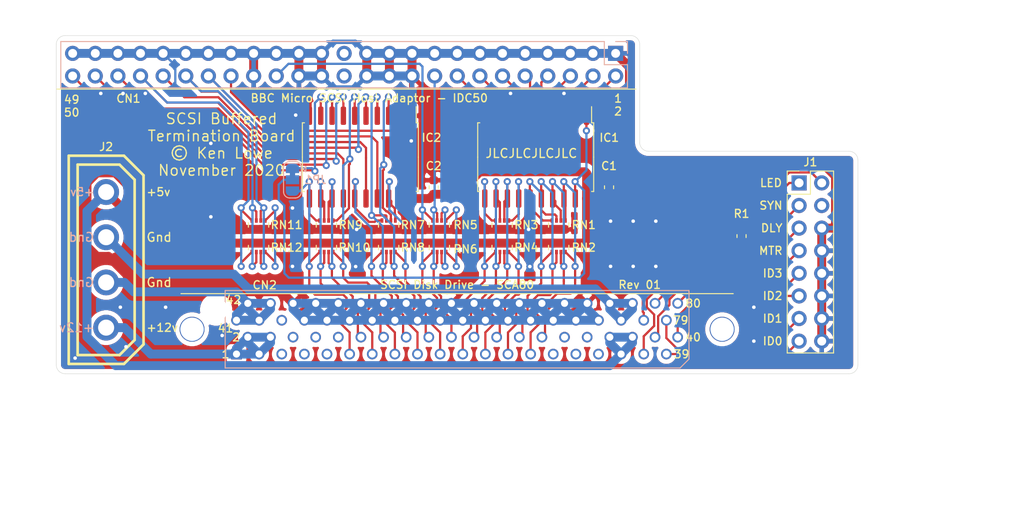
<source format=kicad_pcb>
(kicad_pcb (version 20171130) (host pcbnew "(5.1.5)-3")
  (layers (0 F.Cu signal) (31 B.Cu signal) (34 B.Paste user) (35 F.Paste user) (36 B.SilkS user) (37 F.SilkS user) (38 B.Mask user) (39 F.Mask user) (44 Edge.Cuts user))
  (net 0 "")
  (net 1 GND)
  (net 2 "Net-(CN2-Pad33)")
  (net 3 "Net-(CN2-Pad32)")
  (net 4 "Net-(CN2-Pad31)")
  (net 5 "Net-(CN2-Pad10)")
  (net 6 "Net-(CN2-Pad30)")
  (net 7 "Net-(CN2-Pad9)")
  (net 8 "Net-(CN2-Pad29)")
  (net 9 "Net-(CN2-Pad8)")
  (net 10 "Net-(CN2-Pad7)")
  (net 11 "Net-(CN2-Pad6)")
  (net 12 "Net-(CN2-Pad5)")
  (net 13 "Net-(CN2-Pad45)")
  (net 14 /I~O)
  (net 15 /~ATN)
  (net 16 /TPWR)
  (net 17 "Net-(CN1-Pad25)")
  (net 18 /DBP)
  (net 19 +5V)
  (net 20 /ID0)
  (net 21 /ID2)
  (net 22 /ID1)
  (net 23 /ID3)
  (net 24 /SYN)
  (net 25 /MTR)
  (net 26 /LED)
  (net 27 /DLY)
  (net 28 /GND5)
  (net 29 +12V)
  (net 30 /GND12)
  (net 31 "Net-(J1-Pad4)")
  (net 32 "Net-(J1-Pad2)")
  (net 33 /CPLD_DB7)
  (net 34 /CPLD_DB6)
  (net 35 /CPLD_DB5)
  (net 36 /CPLD_DB4)
  (net 37 /CPLD_DB3)
  (net 38 /CPLD_DB2)
  (net 39 /CPLD_DB1)
  (net 40 /CPLD_DB0)
  (net 41 /SCSI_DB1)
  (net 42 /SCSI_DB0)
  (net 43 /SCSI_DB3)
  (net 44 /SCSI_DB2)
  (net 45 /SCSI_DB5)
  (net 46 /SCSI_DB4)
  (net 47 /SCSI_DB7)
  (net 48 /SCSI_DB6)
  (net 49 /CPLD_I~O)
  (net 50 /CPLD_~REQ)
  (net 51 /CPLD_C~D)
  (net 52 /CPLD_~SEL)
  (net 53 /CPLD_~MSG)
  (net 54 /CPLD_~RST)
  (net 55 /CPLD_~ACK)
  (net 56 /CPLD_~BSY)
  (net 57 /SCSI_~ACK)
  (net 58 /SCSI_~BSY)
  (net 59 /SCSI_~MSG)
  (net 60 /SCSI_~RST)
  (net 61 /SCSI_C~D)
  (net 62 /SCSI_~SEL)
  (net 63 /SCSI_I~O)
  (net 64 /SCSI_~REQ)
  (net 65 "Net-(RN5-Pad2)")
  (net 66 "Net-(RN5-Pad1)")
  (net 67 "Net-(RN11-Pad1)")
  (module Connector_PinHeader_2.54mm:PinHeader_2x08_P2.54mm_Vertical (layer F.Cu) (at 178.166 74.331)
    (fp_text reference J1 (at 1.27 -2.33 180) (layer F.SilkS) (effects (font (size 0.9 0.9))))
    (fp_text value Conn_02x08_Odd_Even)
    (pad 16 thru_hole oval (at 2.54 17.78) (size 1.7 1.7) (drill 1) (layers *.Cu *.Mask) (net 1 GND))
    (pad 15 thru_hole oval (at 0 17.78) (size 1.7 1.7) (drill 1) (layers *.Cu *.Mask) (net 20 /ID0))
    (pad 14 thru_hole oval (at 2.54 15.24) (size 1.7 1.7) (drill 1) (layers *.Cu *.Mask) (net 1 GND))
    (pad 13 thru_hole oval (at 0 15.24) (size 1.7 1.7) (drill 1) (layers *.Cu *.Mask) (net 22 /ID1))
    (pad 12 thru_hole oval (at 2.54 12.7) (size 1.7 1.7) (drill 1) (layers *.Cu *.Mask) (net 1 GND))
    (pad 11 thru_hole oval (at 0 12.7) (size 1.7 1.7) (drill 1) (layers *.Cu *.Mask) (net 21 /ID2))
    (pad 10 thru_hole oval (at 2.54 10.16) (size 1.7 1.7) (drill 1) (layers *.Cu *.Mask) (net 1 GND))
    (pad 9 thru_hole oval (at 0 10.16) (size 1.7 1.7) (drill 1) (layers *.Cu *.Mask) (net 23 /ID3))
    (pad 8 thru_hole oval (at 2.54 7.62) (size 1.7 1.7) (drill 1) (layers *.Cu *.Mask) (net 1 GND))
    (pad 7 thru_hole oval (at 0 7.62) (size 1.7 1.7) (drill 1) (layers *.Cu *.Mask) (net 25 /MTR))
    (pad 6 thru_hole oval (at 2.54 5.08) (size 1.7 1.7) (drill 1) (layers *.Cu *.Mask) (net 1 GND))
    (pad 5 thru_hole oval (at 0 5.08) (size 1.7 1.7) (drill 1) (layers *.Cu *.Mask) (net 27 /DLY))
    (pad 4 thru_hole oval (at 2.54 2.54) (size 1.7 1.7) (drill 1) (layers *.Cu *.Mask) (net 31 "Net-(J1-Pad4)"))
    (pad 3 thru_hole oval (at 0 2.54) (size 1.7 1.7) (drill 1) (layers *.Cu *.Mask) (net 24 /SYN))
    (pad 2 thru_hole oval (at 2.54 0) (size 1.7 1.7) (drill 1) (layers *.Cu *.Mask) (net 32 "Net-(J1-Pad2)"))
    (pad 1 thru_hole rect (at 0 0) (size 1.7 1.7) (drill 1) (layers *.Cu *.Mask) (net 26 /LED))
  )
  (module Package_SO:SOIC-20W_7.5x12.8mm_P1.27mm (layer F.Cu) (at 148.595 71.435 270)
    (fp_text reference IC1 (at -2.184 -8.255 unlocked) (layer F.SilkS) (effects (font (size 0.9 0.9))))
    (fp_text value 74LS621)
    (pad 20 smd roundrect (at 4.65 -5.715 270) (size 2.05 0.6) (layers F.Cu F.Paste F.Mask) (net 19 +5V))
    (pad 19 smd roundrect (at 4.65 -4.445 270) (size 2.05 0.6) (layers F.Cu F.Paste F.Mask) (net 14 /I~O))
    (pad 18 smd roundrect (at 4.65 -3.175 270) (size 2.05 0.6) (layers F.Cu F.Paste F.Mask) (net 42 /SCSI_DB0))
    (pad 17 smd roundrect (at 4.65 -1.905 270) (size 2.05 0.6) (layers F.Cu F.Paste F.Mask) (net 41 /SCSI_DB1))
    (pad 16 smd roundrect (at 4.65 -0.635 270) (size 2.05 0.6) (layers F.Cu F.Paste F.Mask) (net 44 /SCSI_DB2))
    (pad 15 smd roundrect (at 4.65 0.635 270) (size 2.05 0.6) (layers F.Cu F.Paste F.Mask) (net 43 /SCSI_DB3))
    (pad 14 smd roundrect (at 4.65 1.905 270) (size 2.05 0.6) (layers F.Cu F.Paste F.Mask) (net 46 /SCSI_DB4))
    (pad 13 smd roundrect (at 4.65 3.175 270) (size 2.05 0.6) (layers F.Cu F.Paste F.Mask) (net 45 /SCSI_DB5))
    (pad 12 smd roundrect (at 4.65 4.445 270) (size 2.05 0.6) (layers F.Cu F.Paste F.Mask) (net 48 /SCSI_DB6))
    (pad 11 smd roundrect (at 4.65 5.715 270) (size 2.05 0.6) (layers F.Cu F.Paste F.Mask) (net 47 /SCSI_DB7))
    (pad 10 smd roundrect (at -4.65 5.715 270) (size 2.05 0.6) (layers F.Cu F.Paste F.Mask) (net 1 GND))
    (pad 9 smd roundrect (at -4.65 4.445 270) (size 2.05 0.6) (layers F.Cu F.Paste F.Mask) (net 33 /CPLD_DB7))
    (pad 8 smd roundrect (at -4.65 3.175 270) (size 2.05 0.6) (layers F.Cu F.Paste F.Mask) (net 34 /CPLD_DB6))
    (pad 7 smd roundrect (at -4.65 1.905 270) (size 2.05 0.6) (layers F.Cu F.Paste F.Mask) (net 35 /CPLD_DB5))
    (pad 6 smd roundrect (at -4.65 0.635 270) (size 2.05 0.6) (layers F.Cu F.Paste F.Mask) (net 36 /CPLD_DB4))
    (pad 5 smd roundrect (at -4.65 -0.635 270) (size 2.05 0.6) (layers F.Cu F.Paste F.Mask) (net 37 /CPLD_DB3))
    (pad 4 smd roundrect (at -4.65 -1.905 270) (size 2.05 0.6) (layers F.Cu F.Paste F.Mask) (net 38 /CPLD_DB2))
    (pad 3 smd roundrect (at -4.65 -3.175 270) (size 2.05 0.6) (layers F.Cu F.Paste F.Mask) (net 39 /CPLD_DB1))
    (pad 2 smd roundrect (at -4.65 -4.445 270) (size 2.05 0.6) (layers F.Cu F.Paste F.Mask) (net 40 /CPLD_DB0))
    (pad 1 smd roundrect (at -4.65 -5.715 270) (size 2.05 0.6) (layers F.Cu F.Paste F.Mask) (net 14 /I~O))
  )
  (module SCSIConnector:TE_787311-4 (layer B.Cu) (at 139.77 90.775 180)
    (fp_text reference CN2 (at 21.6 4.959 unlocked) (layer F.SilkS) (effects (font (size 0.9 0.9))))
    (fp_text value "SCSI Disk Drive")
    (pad 39 thru_hole circle (at -23.495 -2.789 180) (size 1.2 1.2) (drill 0.8) (layers *.Cu *.Mask) (net 20 /ID0))
    (pad 40 thru_hole circle (at -24.765 -0.889 180) (size 1.2 1.2) (drill 0.8) (layers *.Cu *.Mask) (net 21 /ID2))
    (pad 79 thru_hole circle (at -23.495 1.011 180) (size 1.2 1.2) (drill 0.8) (layers *.Cu *.Mask) (net 22 /ID1))
    (pad 80 thru_hole circle (at -24.765 2.911 180) (size 1.2 1.2) (drill 0.8) (layers *.Cu *.Mask) (net 23 /ID3))
    (pad 37 thru_hole circle (at -20.955 -2.789 180) (size 1.2 1.2) (drill 0.8) (layers *.Cu *.Mask) (net 24 /SYN))
    (pad 38 thru_hole circle (at -22.225 -0.889 180) (size 1.2 1.2) (drill 0.8) (layers *.Cu *.Mask) (net 25 /MTR))
    (pad 77 thru_hole circle (at -20.955 1.011 180) (size 1.2 1.2) (drill 0.8) (layers *.Cu *.Mask) (net 26 /LED))
    (pad 78 thru_hole circle (at -22.225 2.911 180) (size 1.2 1.2) (drill 0.8) (layers *.Cu *.Mask) (net 27 /DLY))
    (pad 35 thru_hole circle (at -18.415 -2.789 180) (size 1.2 1.2) (drill 0.8) (layers *.Cu *.Mask) (net 19 +5V))
    (pad 36 thru_hole circle (at -19.685 -0.889 180) (size 1.2 1.2) (drill 0.8) (layers *.Cu *.Mask) (net 19 +5V))
    (pad 75 thru_hole circle (at -18.415 1.011 180) (size 1.2 1.2) (drill 0.8) (layers *.Cu *.Mask) (net 28 /GND5))
    (pad 76 thru_hole circle (at -19.685 2.911 180) (size 1.2 1.2) (drill 0.8) (layers *.Cu *.Mask) (net 28 /GND5))
    (pad 33 thru_hole circle (at -15.875 -2.789 180) (size 1.2 1.2) (drill 0.8) (layers *.Cu *.Mask) (net 2 "Net-(CN2-Pad33)"))
    (pad 34 thru_hole circle (at -17.145 -0.889 180) (size 1.2 1.2) (drill 0.8) (layers *.Cu *.Mask) (net 19 +5V))
    (pad 73 thru_hole circle (at -15.875 1.011 180) (size 1.2 1.2) (drill 0.8) (layers *.Cu *.Mask) (net 1 GND))
    (pad 74 thru_hole circle (at -17.145 2.911 180) (size 1.2 1.2) (drill 0.8) (layers *.Cu *.Mask) (net 28 /GND5))
    (pad 31 thru_hole circle (at -13.335 -2.789 180) (size 1.2 1.2) (drill 0.8) (layers *.Cu *.Mask) (net 4 "Net-(CN2-Pad31)"))
    (pad 32 thru_hole circle (at -14.605 -0.889 180) (size 1.2 1.2) (drill 0.8) (layers *.Cu *.Mask) (net 3 "Net-(CN2-Pad32)"))
    (pad 71 thru_hole circle (at -13.335 1.011 180) (size 1.2 1.2) (drill 0.8) (layers *.Cu *.Mask) (net 1 GND))
    (pad 72 thru_hole circle (at -14.605 2.911 180) (size 1.2 1.2) (drill 0.8) (layers *.Cu *.Mask) (net 1 GND))
    (pad 29 thru_hole circle (at -10.795 -2.789 180) (size 1.2 1.2) (drill 0.8) (layers *.Cu *.Mask) (net 8 "Net-(CN2-Pad29)"))
    (pad 30 thru_hole circle (at -12.065 -0.889 180) (size 1.2 1.2) (drill 0.8) (layers *.Cu *.Mask) (net 6 "Net-(CN2-Pad30)"))
    (pad 69 thru_hole circle (at -10.795 1.011 180) (size 1.2 1.2) (drill 0.8) (layers *.Cu *.Mask) (net 1 GND))
    (pad 70 thru_hole circle (at -12.065 2.911 180) (size 1.2 1.2) (drill 0.8) (layers *.Cu *.Mask) (net 1 GND))
    (pad 27 thru_hole circle (at -8.255 -2.789 180) (size 1.2 1.2) (drill 0.8) (layers *.Cu *.Mask) (net 41 /SCSI_DB1))
    (pad 28 thru_hole circle (at -9.525 -0.889 180) (size 1.2 1.2) (drill 0.8) (layers *.Cu *.Mask) (net 42 /SCSI_DB0))
    (pad 67 thru_hole circle (at -8.255 1.011 180) (size 1.2 1.2) (drill 0.8) (layers *.Cu *.Mask) (net 1 GND))
    (pad 68 thru_hole circle (at -9.525 2.911 180) (size 1.2 1.2) (drill 0.8) (layers *.Cu *.Mask) (net 1 GND))
    (pad 25 thru_hole circle (at -5.715 -2.789 180) (size 1.2 1.2) (drill 0.8) (layers *.Cu *.Mask) (net 43 /SCSI_DB3))
    (pad 26 thru_hole circle (at -6.985 -0.889 180) (size 1.2 1.2) (drill 0.8) (layers *.Cu *.Mask) (net 44 /SCSI_DB2))
    (pad 65 thru_hole circle (at -5.715 1.011 180) (size 1.2 1.2) (drill 0.8) (layers *.Cu *.Mask) (net 1 GND))
    (pad 66 thru_hole circle (at -6.985 2.911 180) (size 1.2 1.2) (drill 0.8) (layers *.Cu *.Mask) (net 1 GND))
    (pad 23 thru_hole circle (at -3.175 -2.789 180) (size 1.2 1.2) (drill 0.8) (layers *.Cu *.Mask) (net 45 /SCSI_DB5))
    (pad 24 thru_hole circle (at -4.445 -0.889 180) (size 1.2 1.2) (drill 0.8) (layers *.Cu *.Mask) (net 46 /SCSI_DB4))
    (pad 63 thru_hole circle (at -3.175 1.011 180) (size 1.2 1.2) (drill 0.8) (layers *.Cu *.Mask) (net 1 GND))
    (pad 64 thru_hole circle (at -4.445 2.911 180) (size 1.2 1.2) (drill 0.8) (layers *.Cu *.Mask) (net 1 GND))
    (pad 21 thru_hole circle (at -0.635 -2.789 180) (size 1.2 1.2) (drill 0.8) (layers *.Cu *.Mask) (net 47 /SCSI_DB7))
    (pad 22 thru_hole circle (at -1.905 -0.889 180) (size 1.2 1.2) (drill 0.8) (layers *.Cu *.Mask) (net 48 /SCSI_DB6))
    (pad 61 thru_hole circle (at -0.635 1.011 180) (size 1.2 1.2) (drill 0.8) (layers *.Cu *.Mask) (net 1 GND))
    (pad 62 thru_hole circle (at -1.905 2.911 180) (size 1.2 1.2) (drill 0.8) (layers *.Cu *.Mask) (net 1 GND))
    (pad 19 thru_hole circle (at 1.905 -2.789 180) (size 1.2 1.2) (drill 0.8) (layers *.Cu *.Mask) (net 15 /~ATN))
    (pad 20 thru_hole circle (at 0.635 -0.889 180) (size 1.2 1.2) (drill 0.8) (layers *.Cu *.Mask) (net 18 /DBP))
    (pad 59 thru_hole circle (at 1.905 1.011 180) (size 1.2 1.2) (drill 0.8) (layers *.Cu *.Mask) (net 1 GND))
    (pad 60 thru_hole circle (at 0.635 2.911 180) (size 1.2 1.2) (drill 0.8) (layers *.Cu *.Mask) (net 1 GND))
    (pad 17 thru_hole circle (at 4.445 -2.789 180) (size 1.2 1.2) (drill 0.8) (layers *.Cu *.Mask) (net 57 /SCSI_~ACK))
    (pad 18 thru_hole circle (at 3.175 -0.889 180) (size 1.2 1.2) (drill 0.8) (layers *.Cu *.Mask) (net 58 /SCSI_~BSY))
    (pad 57 thru_hole circle (at 4.445 1.011 180) (size 1.2 1.2) (drill 0.8) (layers *.Cu *.Mask) (net 1 GND))
    (pad 58 thru_hole circle (at 3.175 2.911 180) (size 1.2 1.2) (drill 0.8) (layers *.Cu *.Mask) (net 1 GND))
    (pad 15 thru_hole circle (at 6.985 -2.789 180) (size 1.2 1.2) (drill 0.8) (layers *.Cu *.Mask) (net 59 /SCSI_~MSG))
    (pad 16 thru_hole circle (at 5.715 -0.889 180) (size 1.2 1.2) (drill 0.8) (layers *.Cu *.Mask) (net 60 /SCSI_~RST))
    (pad 55 thru_hole circle (at 6.985 1.011 180) (size 1.2 1.2) (drill 0.8) (layers *.Cu *.Mask) (net 1 GND))
    (pad 56 thru_hole circle (at 5.715 2.911 180) (size 1.2 1.2) (drill 0.8) (layers *.Cu *.Mask) (net 1 GND))
    (pad 13 thru_hole circle (at 9.525 -2.789 180) (size 1.2 1.2) (drill 0.8) (layers *.Cu *.Mask) (net 61 /SCSI_C~D))
    (pad 14 thru_hole circle (at 8.255 -0.889 180) (size 1.2 1.2) (drill 0.8) (layers *.Cu *.Mask) (net 62 /SCSI_~SEL))
    (pad 53 thru_hole circle (at 9.525 1.011 180) (size 1.2 1.2) (drill 0.8) (layers *.Cu *.Mask) (net 1 GND))
    (pad 54 thru_hole circle (at 8.255 2.911 180) (size 1.2 1.2) (drill 0.8) (layers *.Cu *.Mask) (net 1 GND))
    (pad 11 thru_hole circle (at 12.065 -2.789 180) (size 1.2 1.2) (drill 0.8) (layers *.Cu *.Mask) (net 63 /SCSI_I~O))
    (pad 12 thru_hole circle (at 10.795 -0.889 180) (size 1.2 1.2) (drill 0.8) (layers *.Cu *.Mask) (net 64 /SCSI_~REQ))
    (pad 51 thru_hole circle (at 12.065 1.011 180) (size 1.2 1.2) (drill 0.8) (layers *.Cu *.Mask) (net 1 GND))
    (pad 52 thru_hole circle (at 10.795 2.911 180) (size 1.2 1.2) (drill 0.8) (layers *.Cu *.Mask) (net 1 GND))
    (pad 9 thru_hole circle (at 14.605 -2.789 180) (size 1.2 1.2) (drill 0.8) (layers *.Cu *.Mask) (net 7 "Net-(CN2-Pad9)"))
    (pad 10 thru_hole circle (at 13.335 -0.889 180) (size 1.2 1.2) (drill 0.8) (layers *.Cu *.Mask) (net 5 "Net-(CN2-Pad10)"))
    (pad 49 thru_hole circle (at 14.605 1.011 180) (size 1.2 1.2) (drill 0.8) (layers *.Cu *.Mask) (net 1 GND))
    (pad 50 thru_hole circle (at 13.335 2.911 180) (size 1.2 1.2) (drill 0.8) (layers *.Cu *.Mask) (net 1 GND))
    (pad 7 thru_hole circle (at 17.145 -2.789 180) (size 1.2 1.2) (drill 0.8) (layers *.Cu *.Mask) (net 10 "Net-(CN2-Pad7)"))
    (pad 8 thru_hole circle (at 15.875 -0.889 180) (size 1.2 1.2) (drill 0.8) (layers *.Cu *.Mask) (net 9 "Net-(CN2-Pad8)"))
    (pad 47 thru_hole circle (at 17.145 1.011 180) (size 1.2 1.2) (drill 0.8) (layers *.Cu *.Mask) (net 1 GND))
    (pad 48 thru_hole circle (at 15.875 2.911 180) (size 1.2 1.2) (drill 0.8) (layers *.Cu *.Mask) (net 1 GND))
    (pad 5 thru_hole circle (at 19.685 -2.789 180) (size 1.2 1.2) (drill 0.8) (layers *.Cu *.Mask) (net 12 "Net-(CN2-Pad5)"))
    (pad 6 thru_hole circle (at 18.415 -0.889 180) (size 1.2 1.2) (drill 0.8) (layers *.Cu *.Mask) (net 11 "Net-(CN2-Pad6)"))
    (pad 45 thru_hole circle (at 19.685 1.011 180) (size 1.2 1.2) (drill 0.8) (layers *.Cu *.Mask) (net 13 "Net-(CN2-Pad45)"))
    (pad 46 thru_hole circle (at 18.415 2.911 180) (size 1.2 1.2) (drill 0.8) (layers *.Cu *.Mask) (net 1 GND))
    (pad 3 thru_hole circle (at 22.225 -2.789 180) (size 1.2 1.2) (drill 0.8) (layers *.Cu *.Mask) (net 29 +12V))
    (pad 4 thru_hole circle (at 20.955 -0.889 180) (size 1.2 1.2) (drill 0.8) (layers *.Cu *.Mask) (net 29 +12V))
    (pad 43 thru_hole circle (at 22.225 1.011 180) (size 1.2 1.2) (drill 0.8) (layers *.Cu *.Mask) (net 30 /GND12))
    (pad 44 thru_hole circle (at 20.955 2.911 180) (size 1.2 1.2) (drill 0.8) (layers *.Cu *.Mask) (net 30 /GND12))
    (pad 1 thru_hole rect (at 24.765 -2.789 180) (size 1.2 1.2) (drill 0.8) (layers *.Cu *.Mask) (net 29 +12V))
    (pad 2 thru_hole circle (at 23.495 -0.889 180) (size 1.2 1.2) (drill 0.8) (layers *.Cu *.Mask) (net 29 +12V))
    (pad 41 thru_hole circle (at 24.765 1.011 180) (size 1.2 1.2) (drill 0.8) (layers *.Cu *.Mask) (net 30 /GND12))
    (pad 42 thru_hole circle (at 23.495 2.911 180) (size 1.2 1.2) (drill 0.8) (layers *.Cu *.Mask) (net 30 /GND12))
    (pad "" thru_hole circle (at 29.755 0 180) (size 2.8 2.8) (drill 2.6) (layers *.Cu *.Mask))
    (pad "" thru_hole circle (at -29.755 0 180) (size 2.8 2.8) (drill 2.6) (layers *.Cu *.Mask))
    (pad "" np_thru_hole circle (at 27.055 2.2 180) (size 2.6 2.6) (drill 2.6) (layers *.Cu *.Mask))
  )
  (module Package_SO:SOIC-20W_7.5x12.8mm_P1.27mm (layer F.Cu) (at 128.91 71.435 270)
    (fp_text reference IC2 (at -2.184 -7.981 unlocked) (layer F.SilkS) (effects (font (size 0.9 0.9))))
    (fp_text value 74LS621)
    (pad 20 smd roundrect (at 4.65 -5.715 270) (size 2.05 0.6) (layers F.Cu F.Paste F.Mask) (net 19 +5V))
    (pad 19 smd roundrect (at 4.65 -4.445 270) (size 2.05 0.6) (layers F.Cu F.Paste F.Mask) (net 1 GND))
    (pad 18 smd roundrect (at 4.65 -3.175 270) (size 2.05 0.6) (layers F.Cu F.Paste F.Mask) (net 58 /SCSI_~BSY))
    (pad 17 smd roundrect (at 4.65 -1.905 270) (size 2.05 0.6) (layers F.Cu F.Paste F.Mask) (net 55 /CPLD_~ACK))
    (pad 16 smd roundrect (at 4.65 -0.635 270) (size 2.05 0.6) (layers F.Cu F.Paste F.Mask) (net 54 /CPLD_~RST))
    (pad 15 smd roundrect (at 4.65 0.635 270) (size 2.05 0.6) (layers F.Cu F.Paste F.Mask) (net 59 /SCSI_~MSG))
    (pad 14 smd roundrect (at 4.65 1.905 270) (size 2.05 0.6) (layers F.Cu F.Paste F.Mask) (net 52 /CPLD_~SEL))
    (pad 13 smd roundrect (at 4.65 3.175 270) (size 2.05 0.6) (layers F.Cu F.Paste F.Mask) (net 61 /SCSI_C~D))
    (pad 12 smd roundrect (at 4.65 4.445 270) (size 2.05 0.6) (layers F.Cu F.Paste F.Mask) (net 64 /SCSI_~REQ))
    (pad 11 smd roundrect (at 4.65 5.715 270) (size 2.05 0.6) (layers F.Cu F.Paste F.Mask) (net 63 /SCSI_I~O))
    (pad 10 smd roundrect (at -4.65 5.715 270) (size 2.05 0.6) (layers F.Cu F.Paste F.Mask) (net 1 GND))
    (pad 9 smd roundrect (at -4.65 4.445 270) (size 2.05 0.6) (layers F.Cu F.Paste F.Mask) (net 49 /CPLD_I~O))
    (pad 8 smd roundrect (at -4.65 3.175 270) (size 2.05 0.6) (layers F.Cu F.Paste F.Mask) (net 50 /CPLD_~REQ))
    (pad 7 smd roundrect (at -4.65 1.905 270) (size 2.05 0.6) (layers F.Cu F.Paste F.Mask) (net 51 /CPLD_C~D))
    (pad 6 smd roundrect (at -4.65 0.635 270) (size 2.05 0.6) (layers F.Cu F.Paste F.Mask) (net 62 /SCSI_~SEL))
    (pad 5 smd roundrect (at -4.65 -0.635 270) (size 2.05 0.6) (layers F.Cu F.Paste F.Mask) (net 53 /CPLD_~MSG))
    (pad 4 smd roundrect (at -4.65 -1.905 270) (size 2.05 0.6) (layers F.Cu F.Paste F.Mask) (net 60 /SCSI_~RST))
    (pad 3 smd roundrect (at -4.65 -3.175 270) (size 2.05 0.6) (layers F.Cu F.Paste F.Mask) (net 57 /SCSI_~ACK))
    (pad 2 smd roundrect (at -4.65 -4.445 270) (size 2.05 0.6) (layers F.Cu F.Paste F.Mask) (net 56 /CPLD_~BSY))
    (pad 1 smd roundrect (at -4.65 -5.715 270) (size 2.05 0.6) (layers F.Cu F.Paste F.Mask) (net 1 GND))
  )
  (module Resistor_SMD:R_0603_1608Metric (layer F.Cu) (at 171.70424 80.30508 90)
    (fp_text reference R1 (at 2.51 0 unlocked) (layer F.SilkS) (effects (font (size 0.9 0.9))))
    (fp_text value 220R)
    (pad 2 smd roundrect (at 0.7875 0 90) (size 0.875 0.95) (layers F.Cu F.Paste F.Mask) (net 32 "Net-(J1-Pad2)"))
    (pad 1 smd roundrect (at -0.7875 0 90) (size 0.875 0.95) (layers F.Cu F.Paste F.Mask) (net 19 +5V))
  )
  (module Jumper:SolderJumper-3_P1.3mm_Bridged12_RoundedPad1.0x1.5mm (layer B.Cu) (at 121.29 73.975 270)
    (fp_text reference JP1 (at 0 -1.27 unlocked) (layer B.SilkS) (effects (font (size 0.9 0.9)) (justify right mirror)))
    (fp_text value SolderJumper_3_Bridged12)
    (fp_poly (pts (xy -0.9 0.3) (xy -0.4 0.3) (xy -0.4 -0.3) (xy -0.9 -0.3)) (layer B.Cu) (width 0))
    (pad 1 smd custom (at -1.3 0 270) (size 1 0.5) (layers B.Cu B.Mask) (net 49 /CPLD_I~O) (options (clearance outline) (anchor rect)) (primitives (gr_circle (center 0 -0.25) (end 0.5 -0.25) (width 0)) (gr_circle (center 0 0.25) (end 0.5 0.25) (width 0)) (gr_poly (pts (xy 0.55 0.75) (xy 0 0.75) (xy 0 -0.75) (xy 0.55 -0.75)) (width 0))))
    (pad 2 smd rect (at 0 0 270) (size 1 1.5) (layers B.Cu B.Mask) (net 14 /I~O))
    (pad 3 smd custom (at 1.3 0 270) (size 1 0.5) (layers B.Cu B.Mask) (net 63 /SCSI_I~O) (options (clearance outline) (anchor rect)) (primitives (gr_circle (center 0 -0.25) (end 0.5 -0.25) (width 0)) (gr_circle (center 0 0.25) (end 0.5 0.25) (width 0)) (gr_poly (pts (xy -0.55 0.75) (xy 0 0.75) (xy 0 -0.75) (xy -0.55 -0.75)) (width 0))))
  )
  (module Connector_PinSocket_2.54mm:PinSocket_2x25_P2.54mm_Vertical (layer B.Cu) (at 157.57 59.775 90)
    (fp_text reference CN1 (at -5.08 -54.695 unlocked) (layer F.SilkS) (effects (font (size 0.9 0.9))))
    (fp_text value "SCSI Host Adaptor")
    (pad 50 thru_hole oval (at -2.54 -60.96 90) (size 1.7 1.7) (drill 1) (layers *.Cu *.Mask) (net 49 /CPLD_I~O))
    (pad 49 thru_hole oval (at 0 -60.96 90) (size 1.7 1.7) (drill 1) (layers *.Cu *.Mask) (net 1 GND))
    (pad 48 thru_hole oval (at -2.54 -58.42 90) (size 1.7 1.7) (drill 1) (layers *.Cu *.Mask) (net 50 /CPLD_~REQ))
    (pad 47 thru_hole oval (at 0 -58.42 90) (size 1.7 1.7) (drill 1) (layers *.Cu *.Mask) (net 1 GND))
    (pad 46 thru_hole oval (at -2.54 -55.88 90) (size 1.7 1.7) (drill 1) (layers *.Cu *.Mask) (net 51 /CPLD_C~D))
    (pad 45 thru_hole oval (at 0 -55.88 90) (size 1.7 1.7) (drill 1) (layers *.Cu *.Mask) (net 1 GND))
    (pad 44 thru_hole oval (at -2.54 -53.34 90) (size 1.7 1.7) (drill 1) (layers *.Cu *.Mask) (net 52 /CPLD_~SEL))
    (pad 43 thru_hole oval (at 0 -53.34 90) (size 1.7 1.7) (drill 1) (layers *.Cu *.Mask) (net 1 GND))
    (pad 42 thru_hole oval (at -2.54 -50.8 90) (size 1.7 1.7) (drill 1) (layers *.Cu *.Mask) (net 53 /CPLD_~MSG))
    (pad 41 thru_hole oval (at 0 -50.8 90) (size 1.7 1.7) (drill 1) (layers *.Cu *.Mask) (net 1 GND))
    (pad 40 thru_hole oval (at -2.54 -48.26 90) (size 1.7 1.7) (drill 1) (layers *.Cu *.Mask) (net 54 /CPLD_~RST))
    (pad 39 thru_hole oval (at 0 -48.26 90) (size 1.7 1.7) (drill 1) (layers *.Cu *.Mask) (net 1 GND))
    (pad 38 thru_hole oval (at -2.54 -45.72 90) (size 1.7 1.7) (drill 1) (layers *.Cu *.Mask) (net 55 /CPLD_~ACK))
    (pad 37 thru_hole oval (at 0 -45.72 90) (size 1.7 1.7) (drill 1) (layers *.Cu *.Mask) (net 1 GND))
    (pad 36 thru_hole oval (at -2.54 -43.18 90) (size 1.7 1.7) (drill 1) (layers *.Cu *.Mask) (net 56 /CPLD_~BSY))
    (pad 35 thru_hole oval (at 0 -43.18 90) (size 1.7 1.7) (drill 1) (layers *.Cu *.Mask) (net 1 GND))
    (pad 34 thru_hole oval (at -2.54 -40.64 90) (size 1.7 1.7) (drill 1) (layers *.Cu *.Mask) (net 1 GND))
    (pad 33 thru_hole oval (at 0 -40.64 90) (size 1.7 1.7) (drill 1) (layers *.Cu *.Mask) (net 1 GND))
    (pad 32 thru_hole oval (at -2.54 -38.1 90) (size 1.7 1.7) (drill 1) (layers *.Cu *.Mask) (net 15 /~ATN))
    (pad 31 thru_hole oval (at 0 -38.1 90) (size 1.7 1.7) (drill 1) (layers *.Cu *.Mask) (net 1 GND))
    (pad 30 thru_hole oval (at -2.54 -35.56 90) (size 1.7 1.7) (drill 1) (layers *.Cu *.Mask) (net 1 GND))
    (pad 29 thru_hole oval (at 0 -35.56 90) (size 1.7 1.7) (drill 1) (layers *.Cu *.Mask) (net 1 GND))
    (pad 28 thru_hole oval (at -2.54 -33.02 90) (size 1.7 1.7) (drill 1) (layers *.Cu *.Mask) (net 1 GND))
    (pad 27 thru_hole oval (at 0 -33.02 90) (size 1.7 1.7) (drill 1) (layers *.Cu *.Mask) (net 1 GND))
    (pad 26 thru_hole oval (at -2.54 -30.48 90) (size 1.7 1.7) (drill 1) (layers *.Cu *.Mask) (net 16 /TPWR))
    (pad 25 thru_hole oval (at 0 -30.48 90) (size 1.7 1.7) (drill 1) (layers *.Cu *.Mask) (net 17 "Net-(CN1-Pad25)"))
    (pad 24 thru_hole oval (at -2.54 -27.94 90) (size 1.7 1.7) (drill 1) (layers *.Cu *.Mask) (net 1 GND))
    (pad 23 thru_hole oval (at 0 -27.94 90) (size 1.7 1.7) (drill 1) (layers *.Cu *.Mask) (net 1 GND))
    (pad 22 thru_hole oval (at -2.54 -25.4 90) (size 1.7 1.7) (drill 1) (layers *.Cu *.Mask) (net 1 GND))
    (pad 21 thru_hole oval (at 0 -25.4 90) (size 1.7 1.7) (drill 1) (layers *.Cu *.Mask) (net 1 GND))
    (pad 20 thru_hole oval (at -2.54 -22.86 90) (size 1.7 1.7) (drill 1) (layers *.Cu *.Mask) (net 1 GND))
    (pad 19 thru_hole oval (at 0 -22.86 90) (size 1.7 1.7) (drill 1) (layers *.Cu *.Mask) (net 1 GND))
    (pad 18 thru_hole oval (at -2.54 -20.32 90) (size 1.7 1.7) (drill 1) (layers *.Cu *.Mask) (net 18 /DBP))
    (pad 17 thru_hole oval (at 0 -20.32 90) (size 1.7 1.7) (drill 1) (layers *.Cu *.Mask) (net 1 GND))
    (pad 16 thru_hole oval (at -2.54 -17.78 90) (size 1.7 1.7) (drill 1) (layers *.Cu *.Mask) (net 33 /CPLD_DB7))
    (pad 15 thru_hole oval (at 0 -17.78 90) (size 1.7 1.7) (drill 1) (layers *.Cu *.Mask) (net 1 GND))
    (pad 14 thru_hole oval (at -2.54 -15.24 90) (size 1.7 1.7) (drill 1) (layers *.Cu *.Mask) (net 34 /CPLD_DB6))
    (pad 13 thru_hole oval (at 0 -15.24 90) (size 1.7 1.7) (drill 1) (layers *.Cu *.Mask) (net 1 GND))
    (pad 12 thru_hole oval (at -2.54 -12.7 90) (size 1.7 1.7) (drill 1) (layers *.Cu *.Mask) (net 35 /CPLD_DB5))
    (pad 11 thru_hole oval (at 0 -12.7 90) (size 1.7 1.7) (drill 1) (layers *.Cu *.Mask) (net 1 GND))
    (pad 10 thru_hole oval (at -2.54 -10.16 90) (size 1.7 1.7) (drill 1) (layers *.Cu *.Mask) (net 36 /CPLD_DB4))
    (pad 9 thru_hole oval (at 0 -10.16 90) (size 1.7 1.7) (drill 1) (layers *.Cu *.Mask) (net 1 GND))
    (pad 8 thru_hole oval (at -2.54 -7.62 90) (size 1.7 1.7) (drill 1) (layers *.Cu *.Mask) (net 37 /CPLD_DB3))
    (pad 7 thru_hole oval (at 0 -7.62 90) (size 1.7 1.7) (drill 1) (layers *.Cu *.Mask) (net 1 GND))
    (pad 6 thru_hole oval (at -2.54 -5.08 90) (size 1.7 1.7) (drill 1) (layers *.Cu *.Mask) (net 38 /CPLD_DB2))
    (pad 5 thru_hole oval (at 0 -5.08 90) (size 1.7 1.7) (drill 1) (layers *.Cu *.Mask) (net 1 GND))
    (pad 4 thru_hole oval (at -2.54 -2.54 90) (size 1.7 1.7) (drill 1) (layers *.Cu *.Mask) (net 39 /CPLD_DB1))
    (pad 3 thru_hole oval (at 0 -2.54 90) (size 1.7 1.7) (drill 1) (layers *.Cu *.Mask) (net 1 GND))
    (pad 2 thru_hole oval (at -2.54 0 90) (size 1.7 1.7) (drill 1) (layers *.Cu *.Mask) (net 40 /CPLD_DB0))
    (pad 1 thru_hole rect (at 0 0 90) (size 1.7 1.7) (drill 1) (layers *.Cu *.Mask) (net 1 GND))
  )
  (module Resistor_SMD:R_Array_Concave_4x0402 (layer F.Cu) (at 151.175 81.595 90)
    (fp_text reference RN2 (at 0 1.365 unlocked) (layer F.SilkS) (effects (font (size 0.9 0.9)) (justify left)))
    (fp_text value 220R)
    (pad 5 smd rect (at 0.5 0.75 90) (size 0.5 0.32) (layers F.Cu F.Paste F.Mask) (net 19 +5V))
    (pad 6 smd rect (at 0.5 0.25 90) (size 0.5 0.32) (layers F.Cu F.Paste F.Mask) (net 19 +5V))
    (pad 8 smd rect (at 0.5 -0.75 90) (size 0.5 0.32) (layers F.Cu F.Paste F.Mask) (net 19 +5V))
    (pad 7 smd rect (at 0.5 -0.25 90) (size 0.5 0.32) (layers F.Cu F.Paste F.Mask) (net 19 +5V))
    (pad 4 smd rect (at -0.5 0.75 90) (size 0.5 0.32) (layers F.Cu F.Paste F.Mask) (net 42 /SCSI_DB0))
    (pad 2 smd rect (at -0.5 -0.25 90) (size 0.5 0.32) (layers F.Cu F.Paste F.Mask) (net 44 /SCSI_DB2))
    (pad 3 smd rect (at -0.5 0.25 90) (size 0.5 0.32) (layers F.Cu F.Paste F.Mask) (net 41 /SCSI_DB1))
    (pad 1 smd rect (at -0.5 -0.75 90) (size 0.5 0.32) (layers F.Cu F.Paste F.Mask) (net 43 /SCSI_DB3))
  )
  (module Resistor_SMD:R_Array_Concave_4x0402 (layer F.Cu) (at 137.78 81.595 90)
    (fp_text reference RN6 (at -0.18 1.49 unlocked) (layer F.SilkS) (effects (font (size 0.9 0.9)) (justify left)))
    (fp_text value 220R)
    (pad 5 smd rect (at 0.5 0.75 90) (size 0.5 0.32) (layers F.Cu F.Paste F.Mask) (net 19 +5V))
    (pad 6 smd rect (at 0.5 0.25 90) (size 0.5 0.32) (layers F.Cu F.Paste F.Mask) (net 19 +5V))
    (pad 8 smd rect (at 0.5 -0.75 90) (size 0.5 0.32) (layers F.Cu F.Paste F.Mask) (net 19 +5V))
    (pad 7 smd rect (at 0.5 -0.25 90) (size 0.5 0.32) (layers F.Cu F.Paste F.Mask) (net 19 +5V))
    (pad 4 smd rect (at -0.5 0.75 90) (size 0.5 0.32) (layers F.Cu F.Paste F.Mask) (net 66 "Net-(RN5-Pad1)"))
    (pad 2 smd rect (at -0.5 -0.25 90) (size 0.5 0.32) (layers F.Cu F.Paste F.Mask) (net 18 /DBP))
    (pad 3 smd rect (at -0.5 0.25 90) (size 0.5 0.32) (layers F.Cu F.Paste F.Mask) (net 65 "Net-(RN5-Pad2)"))
    (pad 1 smd rect (at -0.5 -0.75 90) (size 0.5 0.32) (layers F.Cu F.Paste F.Mask) (net 15 /~ATN))
  )
  (module Resistor_SMD:R_Array_Concave_4x0402 (layer F.Cu) (at 137.78 79.055 270)
    (fp_text reference RN5 (at 0 -1.49 unlocked) (layer F.SilkS) (effects (font (size 0.9 0.9)) (justify left)))
    (fp_text value 330R)
    (pad 5 smd rect (at 0.5 0.75 270) (size 0.5 0.32) (layers F.Cu F.Paste F.Mask) (net 1 GND))
    (pad 6 smd rect (at 0.5 0.25 270) (size 0.5 0.32) (layers F.Cu F.Paste F.Mask) (net 1 GND))
    (pad 8 smd rect (at 0.5 -0.75 270) (size 0.5 0.32) (layers F.Cu F.Paste F.Mask) (net 1 GND))
    (pad 7 smd rect (at 0.5 -0.25 270) (size 0.5 0.32) (layers F.Cu F.Paste F.Mask) (net 1 GND))
    (pad 4 smd rect (at -0.5 0.75 270) (size 0.5 0.32) (layers F.Cu F.Paste F.Mask) (net 15 /~ATN))
    (pad 2 smd rect (at -0.5 -0.25 270) (size 0.5 0.32) (layers F.Cu F.Paste F.Mask) (net 65 "Net-(RN5-Pad2)"))
    (pad 3 smd rect (at -0.5 0.25 270) (size 0.5 0.32) (layers F.Cu F.Paste F.Mask) (net 18 /DBP))
    (pad 1 smd rect (at -0.5 -0.75 270) (size 0.5 0.32) (layers F.Cu F.Paste F.Mask) (net 66 "Net-(RN5-Pad1)"))
  )
  (module Resistor_SMD:R_Array_Concave_4x0402 (layer F.Cu) (at 132.085 79.055 270)
    (fp_text reference RN7 (at 0 -1.27 unlocked) (layer F.SilkS) (effects (font (size 0.9 0.9)) (justify left)))
    (fp_text value 330R)
    (pad 5 smd rect (at 0.5 0.75 270) (size 0.5 0.32) (layers F.Cu F.Paste F.Mask) (net 1 GND))
    (pad 6 smd rect (at 0.5 0.25 270) (size 0.5 0.32) (layers F.Cu F.Paste F.Mask) (net 1 GND))
    (pad 8 smd rect (at 0.5 -0.75 270) (size 0.5 0.32) (layers F.Cu F.Paste F.Mask) (net 1 GND))
    (pad 7 smd rect (at 0.5 -0.25 270) (size 0.5 0.32) (layers F.Cu F.Paste F.Mask) (net 1 GND))
    (pad 4 smd rect (at -0.5 0.75 270) (size 0.5 0.32) (layers F.Cu F.Paste F.Mask) (net 59 /SCSI_~MSG))
    (pad 2 smd rect (at -0.5 -0.25 270) (size 0.5 0.32) (layers F.Cu F.Paste F.Mask) (net 57 /SCSI_~ACK))
    (pad 3 smd rect (at -0.5 0.25 270) (size 0.5 0.32) (layers F.Cu F.Paste F.Mask) (net 60 /SCSI_~RST))
    (pad 1 smd rect (at -0.5 -0.75 270) (size 0.5 0.32) (layers F.Cu F.Paste F.Mask) (net 58 /SCSI_~BSY))
  )
  (module Capacitor_SMD:C_0603_1608Metric (layer F.Cu) (at 137.145 74.82 90)
    (fp_text reference C2 (at 2.394 0 unlocked) (layer F.SilkS) (effects (font (size 0.9 0.9))))
    (fp_text value 100nF)
    (pad 2 smd roundrect (at 0.7875 0 90) (size 0.875 0.95) (layers F.Cu F.Paste F.Mask) (net 1 GND))
    (pad 1 smd roundrect (at -0.7875 0 90) (size 0.875 0.95) (layers F.Cu F.Paste F.Mask) (net 19 +5V))
  )
  (module Capacitor_SMD:C_0603_1608Metric (layer F.Cu) (at 156.83 74.82 90)
    (fp_text reference C1 (at 2.394 0 unlocked) (layer F.SilkS) (effects (font (size 0.9 0.9))))
    (fp_text value 100nF)
    (pad 2 smd roundrect (at 0.7875 0 90) (size 0.875 0.95) (layers F.Cu F.Paste F.Mask) (net 1 GND))
    (pad 1 smd roundrect (at -0.7875 0 90) (size 0.875 0.95) (layers F.Cu F.Paste F.Mask) (net 19 +5V))
  )
  (module Resistor_SMD:R_Array_Concave_4x0402 (layer F.Cu) (at 117.48 79.055 270)
    (fp_text reference RN11 (at 0 -1.27 unlocked) (layer F.SilkS) (effects (font (size 0.9 0.9)) (justify left)))
    (fp_text value 330R)
    (pad 5 smd rect (at 0.5 0.75 270) (size 0.5 0.32) (layers F.Cu F.Paste F.Mask) (net 1 GND))
    (pad 6 smd rect (at 0.5 0.25 270) (size 0.5 0.32) (layers F.Cu F.Paste F.Mask) (net 1 GND))
    (pad 8 smd rect (at 0.5 -0.75 270) (size 0.5 0.32) (layers F.Cu F.Paste F.Mask) (net 1 GND))
    (pad 7 smd rect (at 0.5 -0.25 270) (size 0.5 0.32) (layers F.Cu F.Paste F.Mask) (net 1 GND))
    (pad 4 smd rect (at -0.5 0.75 270) (size 0.5 0.32) (layers F.Cu F.Paste F.Mask) (net 52 /CPLD_~SEL))
    (pad 2 smd rect (at -0.5 -0.25 270) (size 0.5 0.32) (layers F.Cu F.Paste F.Mask) (net 55 /CPLD_~ACK))
    (pad 3 smd rect (at -0.5 0.25 270) (size 0.5 0.32) (layers F.Cu F.Paste F.Mask) (net 54 /CPLD_~RST))
    (pad 1 smd rect (at -0.5 -0.75 270) (size 0.5 0.32) (layers F.Cu F.Paste F.Mask) (net 67 "Net-(RN11-Pad1)"))
  )
  (module Resistor_SMD:R_Array_Concave_4x0402 (layer F.Cu) (at 117.48 81.595 90)
    (fp_text reference RN12 (at 0 1.27 unlocked) (layer F.SilkS) (effects (font (size 0.9 0.9)) (justify left)))
    (fp_text value 220R)
    (pad 5 smd rect (at 0.5 0.75 90) (size 0.5 0.32) (layers F.Cu F.Paste F.Mask) (net 19 +5V))
    (pad 6 smd rect (at 0.5 0.25 90) (size 0.5 0.32) (layers F.Cu F.Paste F.Mask) (net 19 +5V))
    (pad 8 smd rect (at 0.5 -0.75 90) (size 0.5 0.32) (layers F.Cu F.Paste F.Mask) (net 19 +5V))
    (pad 7 smd rect (at 0.5 -0.25 90) (size 0.5 0.32) (layers F.Cu F.Paste F.Mask) (net 19 +5V))
    (pad 4 smd rect (at -0.5 0.75 90) (size 0.5 0.32) (layers F.Cu F.Paste F.Mask) (net 67 "Net-(RN11-Pad1)"))
    (pad 2 smd rect (at -0.5 -0.25 90) (size 0.5 0.32) (layers F.Cu F.Paste F.Mask) (net 54 /CPLD_~RST))
    (pad 3 smd rect (at -0.5 0.25 90) (size 0.5 0.32) (layers F.Cu F.Paste F.Mask) (net 55 /CPLD_~ACK))
    (pad 1 smd rect (at -0.5 -0.75 90) (size 0.5 0.32) (layers F.Cu F.Paste F.Mask) (net 52 /CPLD_~SEL))
  )
  (module Resistor_SMD:R_Array_Concave_4x0402 (layer F.Cu) (at 125.1 79.055 270)
    (fp_text reference RN9 (at 0 -1.27 unlocked) (layer F.SilkS) (effects (font (size 0.9 0.9)) (justify left)))
    (fp_text value 330R)
    (pad 5 smd rect (at 0.5 0.75 270) (size 0.5 0.32) (layers F.Cu F.Paste F.Mask) (net 1 GND))
    (pad 6 smd rect (at 0.5 0.25 270) (size 0.5 0.32) (layers F.Cu F.Paste F.Mask) (net 1 GND))
    (pad 8 smd rect (at 0.5 -0.75 270) (size 0.5 0.32) (layers F.Cu F.Paste F.Mask) (net 1 GND))
    (pad 7 smd rect (at 0.5 -0.25 270) (size 0.5 0.32) (layers F.Cu F.Paste F.Mask) (net 1 GND))
    (pad 4 smd rect (at -0.5 0.75 270) (size 0.5 0.32) (layers F.Cu F.Paste F.Mask) (net 63 /SCSI_I~O))
    (pad 2 smd rect (at -0.5 -0.25 270) (size 0.5 0.32) (layers F.Cu F.Paste F.Mask) (net 61 /SCSI_C~D))
    (pad 3 smd rect (at -0.5 0.25 270) (size 0.5 0.32) (layers F.Cu F.Paste F.Mask) (net 64 /SCSI_~REQ))
    (pad 1 smd rect (at -0.5 -0.75 270) (size 0.5 0.32) (layers F.Cu F.Paste F.Mask) (net 62 /SCSI_~SEL))
  )
  (module Resistor_SMD:R_Array_Concave_4x0402 (layer F.Cu) (at 132.085 81.595 90)
    (fp_text reference RN8 (at 0 1.27 unlocked) (layer F.SilkS) (effects (font (size 0.9 0.9)) (justify left)))
    (fp_text value 220R)
    (pad 5 smd rect (at 0.5 0.75 90) (size 0.5 0.32) (layers F.Cu F.Paste F.Mask) (net 19 +5V))
    (pad 6 smd rect (at 0.5 0.25 90) (size 0.5 0.32) (layers F.Cu F.Paste F.Mask) (net 19 +5V))
    (pad 8 smd rect (at 0.5 -0.75 90) (size 0.5 0.32) (layers F.Cu F.Paste F.Mask) (net 19 +5V))
    (pad 7 smd rect (at 0.5 -0.25 90) (size 0.5 0.32) (layers F.Cu F.Paste F.Mask) (net 19 +5V))
    (pad 4 smd rect (at -0.5 0.75 90) (size 0.5 0.32) (layers F.Cu F.Paste F.Mask) (net 58 /SCSI_~BSY))
    (pad 2 smd rect (at -0.5 -0.25 90) (size 0.5 0.32) (layers F.Cu F.Paste F.Mask) (net 60 /SCSI_~RST))
    (pad 3 smd rect (at -0.5 0.25 90) (size 0.5 0.32) (layers F.Cu F.Paste F.Mask) (net 57 /SCSI_~ACK))
    (pad 1 smd rect (at -0.5 -0.75 90) (size 0.5 0.32) (layers F.Cu F.Paste F.Mask) (net 59 /SCSI_~MSG))
  )
  (module Resistor_SMD:R_Array_Concave_4x0402 (layer F.Cu) (at 125.1 81.595 90)
    (fp_text reference RN10 (at 0 1.27 unlocked) (layer F.SilkS) (effects (font (size 0.9 0.9)) (justify left)))
    (fp_text value 220R)
    (pad 5 smd rect (at 0.5 0.75 90) (size 0.5 0.32) (layers F.Cu F.Paste F.Mask) (net 19 +5V))
    (pad 6 smd rect (at 0.5 0.25 90) (size 0.5 0.32) (layers F.Cu F.Paste F.Mask) (net 19 +5V))
    (pad 8 smd rect (at 0.5 -0.75 90) (size 0.5 0.32) (layers F.Cu F.Paste F.Mask) (net 19 +5V))
    (pad 7 smd rect (at 0.5 -0.25 90) (size 0.5 0.32) (layers F.Cu F.Paste F.Mask) (net 19 +5V))
    (pad 4 smd rect (at -0.5 0.75 90) (size 0.5 0.32) (layers F.Cu F.Paste F.Mask) (net 62 /SCSI_~SEL))
    (pad 2 smd rect (at -0.5 -0.25 90) (size 0.5 0.32) (layers F.Cu F.Paste F.Mask) (net 64 /SCSI_~REQ))
    (pad 3 smd rect (at -0.5 0.25 90) (size 0.5 0.32) (layers F.Cu F.Paste F.Mask) (net 61 /SCSI_C~D))
    (pad 1 smd rect (at -0.5 -0.75 90) (size 0.5 0.32) (layers F.Cu F.Paste F.Mask) (net 63 /SCSI_I~O))
  )
  (module Resistor_SMD:R_Array_Concave_4x0402 (layer F.Cu) (at 151.175 79.055 270)
    (fp_text reference RN1 (at 0 -1.365 unlocked) (layer F.SilkS) (effects (font (size 0.9 0.9)) (justify left)))
    (fp_text value 330R)
    (pad 5 smd rect (at 0.5 0.75 270) (size 0.5 0.32) (layers F.Cu F.Paste F.Mask) (net 1 GND))
    (pad 6 smd rect (at 0.5 0.25 270) (size 0.5 0.32) (layers F.Cu F.Paste F.Mask) (net 1 GND))
    (pad 8 smd rect (at 0.5 -0.75 270) (size 0.5 0.32) (layers F.Cu F.Paste F.Mask) (net 1 GND))
    (pad 7 smd rect (at 0.5 -0.25 270) (size 0.5 0.32) (layers F.Cu F.Paste F.Mask) (net 1 GND))
    (pad 4 smd rect (at -0.5 0.75 270) (size 0.5 0.32) (layers F.Cu F.Paste F.Mask) (net 43 /SCSI_DB3))
    (pad 2 smd rect (at -0.5 -0.25 270) (size 0.5 0.32) (layers F.Cu F.Paste F.Mask) (net 41 /SCSI_DB1))
    (pad 3 smd rect (at -0.5 0.25 270) (size 0.5 0.32) (layers F.Cu F.Paste F.Mask) (net 44 /SCSI_DB2))
    (pad 1 smd rect (at -0.5 -0.75 270) (size 0.5 0.32) (layers F.Cu F.Paste F.Mask) (net 42 /SCSI_DB0))
  )
  (module Resistor_SMD:R_Array_Concave_4x0402 (layer F.Cu) (at 144.825 79.055 270)
    (fp_text reference RN3 (at 0 -1.27 unlocked) (layer F.SilkS) (effects (font (size 0.9 0.9)) (justify left)))
    (fp_text value 330R)
    (pad 5 smd rect (at 0.5 0.75 270) (size 0.5 0.32) (layers F.Cu F.Paste F.Mask) (net 1 GND))
    (pad 6 smd rect (at 0.5 0.25 270) (size 0.5 0.32) (layers F.Cu F.Paste F.Mask) (net 1 GND))
    (pad 8 smd rect (at 0.5 -0.75 270) (size 0.5 0.32) (layers F.Cu F.Paste F.Mask) (net 1 GND))
    (pad 7 smd rect (at 0.5 -0.25 270) (size 0.5 0.32) (layers F.Cu F.Paste F.Mask) (net 1 GND))
    (pad 4 smd rect (at -0.5 0.75 270) (size 0.5 0.32) (layers F.Cu F.Paste F.Mask) (net 47 /SCSI_DB7))
    (pad 2 smd rect (at -0.5 -0.25 270) (size 0.5 0.32) (layers F.Cu F.Paste F.Mask) (net 45 /SCSI_DB5))
    (pad 3 smd rect (at -0.5 0.25 270) (size 0.5 0.32) (layers F.Cu F.Paste F.Mask) (net 48 /SCSI_DB6))
    (pad 1 smd rect (at -0.5 -0.75 270) (size 0.5 0.32) (layers F.Cu F.Paste F.Mask) (net 46 /SCSI_DB4))
  )
  (module Resistor_SMD:R_Array_Concave_4x0402 (layer F.Cu) (at 144.825 81.595 90)
    (fp_text reference RN4 (at 0 1.27 unlocked) (layer F.SilkS) (effects (font (size 0.9 0.9)) (justify left)))
    (fp_text value 220R)
    (pad 5 smd rect (at 0.5 0.75 90) (size 0.5 0.32) (layers F.Cu F.Paste F.Mask) (net 19 +5V))
    (pad 6 smd rect (at 0.5 0.25 90) (size 0.5 0.32) (layers F.Cu F.Paste F.Mask) (net 19 +5V))
    (pad 8 smd rect (at 0.5 -0.75 90) (size 0.5 0.32) (layers F.Cu F.Paste F.Mask) (net 19 +5V))
    (pad 7 smd rect (at 0.5 -0.25 90) (size 0.5 0.32) (layers F.Cu F.Paste F.Mask) (net 19 +5V))
    (pad 4 smd rect (at -0.5 0.75 90) (size 0.5 0.32) (layers F.Cu F.Paste F.Mask) (net 46 /SCSI_DB4))
    (pad 2 smd rect (at -0.5 -0.25 90) (size 0.5 0.32) (layers F.Cu F.Paste F.Mask) (net 48 /SCSI_DB6))
    (pad 3 smd rect (at -0.5 0.25 90) (size 0.5 0.32) (layers F.Cu F.Paste F.Mask) (net 45 /SCSI_DB5))
    (pad 1 smd rect (at -0.5 -0.75 90) (size 0.5 0.32) (layers F.Cu F.Paste F.Mask) (net 47 /SCSI_DB7))
  )
  (module w_conn_pc:conn_hdd_15-24-4449 (layer F.Cu) (at 100.37 82.975 90)
    (fp_text reference J2 (at 12.7 0 unlocked) (layer F.SilkS) (effects (font (size 0.9 0.9))))
    (fp_text value Conn_01x04 hide)
    (pad 4 thru_hole circle (at 7.62 0 90) (size 2.9 2.9) (drill 1.8) (layers *.Cu *.Mask) (net 19 +5V))
    (pad 3 thru_hole circle (at 2.54 0 90) (size 2.9 2.9) (drill 1.8) (layers *.Cu *.Mask) (net 28 /GND5))
    (pad 2 thru_hole circle (at -2.54 0 90) (size 2.9 2.9) (drill 1.8) (layers *.Cu *.Mask) (net 30 /GND12))
    (pad 1 thru_hole circle (at -7.62 0 90) (size 2.9 2.9) (drill 1.8) (layers *.Cu *.Mask) (net 29 +12V))
  )
  (gr_text +12v (at 99.1 90.595) (layer B.SilkS) (effects (font (size 1 1)) (justify left mirror)))
  (gr_text Gnd (at 99.1 85.515) (layer B.SilkS) (effects (font (size 1 1)) (justify left mirror)))
  (gr_text Gnd (at 99.1 80.435) (layer B.SilkS) (effects (font (size 1 1)) (justify left mirror)))
  (gr_text +5v (at 99.1 75.355) (layer B.SilkS) (effects (font (size 0.9 0.9)) (justify left mirror)))
  (gr_text 41 (at 113.77 90.675) (layer F.SilkS) (effects (font (size 0.9 0.9))))
  (gr_text +12v (at 104.815 90.595) (layer F.SilkS) (effects (font (size 0.9 0.9)) (justify left)))
  (gr_text Gnd (at 104.815 85.515) (layer F.SilkS) (effects (font (size 1 1)) (justify left)))
  (gr_text Gnd (at 104.815 80.435) (layer F.SilkS) (effects (font (size 1 1)) (justify left)))
  (gr_text +5v (at 104.815 75.355) (layer F.SilkS) (effects (font (size 0.9 0.9)) (justify left)))
  (gr_text JLCJLCJLCJLC (at 148.11 71.01) (layer F.SilkS) (effects (font (size 1 1))))
  (gr_text "SCSI Buffered\nTermination Board\n© Ken Lowe\nNovember 2020" (at 113.324 70.021) (layer F.SilkS) (effects (font (size 1.2 1.2))))
  (gr_text "BBC Micro SCSI Host Adaptor - IDC50" (at 129.906 64.806) (layer F.SilkS) (effects (font (size 0.9 0.9))))
  (gr_arc (start 95.77 94.775) (end 94.77 94.775) (angle -90) (layer Edge.Cuts) (width 0.05))
  (gr_arc (start 95.77 58.775) (end 95.77 57.775) (angle -90) (layer Edge.Cuts) (width 0.05))
  (gr_arc (start 159.27 58.775) (end 160.27 58.775) (angle -90) (layer Edge.Cuts) (width 0.05))
  (gr_arc (start 161.27 69.775) (end 160.27 69.775) (angle -90) (layer Edge.Cuts) (width 0.05))
  (gr_arc (start 183.77 71.775) (end 184.77 71.775) (angle -90) (layer Edge.Cuts) (width 0.05))
  (gr_arc (start 183.77 94.775) (end 183.77 95.775) (angle -90) (layer Edge.Cuts) (width 0.05))
  (gr_line (start 160.27 58.775) (end 160.27 69.775) (layer Edge.Cuts) (width 0.05))
  (gr_line (start 183.77 70.775) (end 161.27 70.775) (layer Edge.Cuts) (width 0.05))
  (gr_line (start 94.77 58.775) (end 94.77 94.775) (layer Edge.Cuts) (width 0.05))
  (gr_line (start 159.27 57.775) (end 95.77 57.775) (layer Edge.Cuts) (width 0.05))
  (gr_line (start 184.77 94.775) (end 184.77 71.775) (layer Edge.Cuts) (width 0.05))
  (gr_line (start 95.77 95.775) (end 183.77 95.775) (layer Edge.Cuts) (width 0.05))
  (gr_text "Rev 01" (at 160.27 85.775) (layer F.SilkS) (effects (font (size 0.9 0.9))))
  (gr_text "SCSI Disk Drive - SCA80" (at 139.77 85.775) (layer F.SilkS) (effects (font (size 0.9 0.9))))
  (gr_line (start 108.77 86.775) (end 170.77 86.775) (layer F.SilkS) (width 0.12))
  (gr_text 42 (at 114.666 87.475) (layer F.SilkS) (effects (font (size 0.9 0.9))))
  (gr_text 40 (at 166.27 91.675) (layer F.SilkS) (effects (font (size 0.9 0.9))))
  (gr_text 39 (at 164.97 93.575) (layer F.SilkS) (effects (font (size 0.9 0.9))))
  (gr_text 80 (at 166.27 87.875) (layer F.SilkS) (effects (font (size 0.9 0.9))))
  (gr_text 79 (at 164.87 89.775) (layer F.SilkS) (effects (font (size 0.9 0.9))))
  (gr_text 2 (at 114.97 91.675) (layer F.SilkS) (effects (font (size 0.9 0.9))))
  (gr_text 1 (at 113.77 93.575) (layer F.SilkS) (effects (font (size 0.9 0.9))))
  (gr_text "49\n50" (at 96.505 65.695) (layer F.SilkS) (effects (font (size 0.9 0.9))))
  (gr_text "1\n2" (at 157.846 65.568) (layer F.SilkS) (effects (font (size 0.9 0.9))))
  (gr_line (start 94.854 63.79) (end 159.854 63.79) (layer F.SilkS) (width 0.12))
  (gr_text ID0 (at 176.388 92.111) (layer F.SilkS) (effects (font (size 0.9 0.9)) (justify right)))
  (gr_text ID1 (at 176.388 89.571) (layer F.SilkS) (effects (font (size 0.9 0.9)) (justify right)))
  (gr_text ID2 (at 176.388 87.031) (layer F.SilkS) (effects (font (size 0.9 0.9)) (justify right)))
  (gr_text ID3 (at 176.388 84.491) (layer F.SilkS) (effects (font (size 0.9 0.9)) (justify right)))
  (gr_text MTR (at 176.388 81.951) (layer F.SilkS) (effects (font (size 0.9 0.9)) (justify right)))
  (gr_text DLY (at 176.388 79.411) (layer F.SilkS) (effects (font (size 0.9 0.9)) (justify right)))
  (gr_text SYN (at 176.388 76.871) (layer F.SilkS) (effects (font (size 0.9 0.9)) (justify right)))
  (gr_text LED (at 176.328 74.331) (layer F.SilkS) (effects (font (size 0.9 0.9)) (justify right)))
  (segment (start 121.355 87.864) (end 154.375 87.864) (width 1) (layer B.Cu) (net 1))
  (segment (start 155.645 89.764) (end 122.625 89.764) (width 1) (layer B.Cu) (net 1))
  (segment (start 121.355 88.494) (end 122.625 89.764) (width 1) (layer B.Cu) (net 1))
  (segment (start 121.355 87.864) (end 121.355 88.494) (width 1) (layer B.Cu) (net 1))
  (segment (start 123.895 88.494) (end 125.165 89.764) (width 1) (layer B.Cu) (net 1))
  (segment (start 123.895 87.864) (end 123.895 88.494) (width 1) (layer B.Cu) (net 1))
  (segment (start 126.435 88.494) (end 127.705 89.764) (width 1) (layer B.Cu) (net 1))
  (segment (start 126.435 87.864) (end 126.435 88.494) (width 1) (layer B.Cu) (net 1))
  (segment (start 128.975 88.494) (end 130.245 89.764) (width 1) (layer B.Cu) (net 1))
  (segment (start 128.975 87.864) (end 128.975 88.494) (width 1) (layer B.Cu) (net 1))
  (segment (start 131.515 88.494) (end 132.785 89.764) (width 1) (layer B.Cu) (net 1))
  (segment (start 131.515 87.864) (end 131.515 88.494) (width 1) (layer B.Cu) (net 1))
  (segment (start 134.055 88.494) (end 135.325 89.764) (width 1) (layer B.Cu) (net 1))
  (segment (start 134.055 87.864) (end 134.055 88.494) (width 1) (layer B.Cu) (net 1))
  (segment (start 136.595 88.494) (end 137.865 89.764) (width 1) (layer B.Cu) (net 1))
  (segment (start 136.595 87.864) (end 136.595 88.494) (width 1) (layer B.Cu) (net 1))
  (segment (start 139.135 88.494) (end 140.405 89.764) (width 1) (layer B.Cu) (net 1))
  (segment (start 139.135 87.864) (end 139.135 88.494) (width 1) (layer B.Cu) (net 1))
  (segment (start 141.675 88.494) (end 142.945 89.764) (width 1) (layer B.Cu) (net 1))
  (segment (start 141.675 87.864) (end 141.675 88.494) (width 1) (layer B.Cu) (net 1))
  (segment (start 144.215 88.494) (end 145.485 89.764) (width 1) (layer B.Cu) (net 1))
  (segment (start 144.215 87.864) (end 144.215 88.494) (width 1) (layer B.Cu) (net 1))
  (segment (start 146.755 88.494) (end 148.025 89.764) (width 1) (layer B.Cu) (net 1))
  (segment (start 146.755 87.864) (end 146.755 88.494) (width 1) (layer B.Cu) (net 1))
  (segment (start 149.295 88.494) (end 150.565 89.764) (width 1) (layer B.Cu) (net 1))
  (segment (start 149.295 87.864) (end 149.295 88.494) (width 1) (layer B.Cu) (net 1))
  (segment (start 154.375 88.494) (end 155.645 89.764) (width 1) (layer B.Cu) (net 1))
  (segment (start 154.375 87.864) (end 154.375 88.494) (width 1) (layer B.Cu) (net 1))
  (segment (start 122.625 89.134) (end 123.895 87.864) (width 1) (layer B.Cu) (net 1))
  (segment (start 122.625 89.764) (end 122.625 89.134) (width 1) (layer B.Cu) (net 1))
  (segment (start 125.165 89.134) (end 126.435 87.864) (width 1) (layer B.Cu) (net 1))
  (segment (start 125.165 89.764) (end 125.165 89.134) (width 1) (layer B.Cu) (net 1))
  (segment (start 127.705 89.134) (end 128.975 87.864) (width 1) (layer B.Cu) (net 1))
  (segment (start 127.705 89.764) (end 127.705 89.134) (width 1) (layer B.Cu) (net 1))
  (segment (start 130.245 89.134) (end 131.515 87.864) (width 1) (layer B.Cu) (net 1))
  (segment (start 130.245 89.764) (end 130.245 89.134) (width 1) (layer B.Cu) (net 1))
  (segment (start 132.785 89.134) (end 134.055 87.864) (width 1) (layer B.Cu) (net 1))
  (segment (start 132.785 89.764) (end 132.785 89.134) (width 1) (layer B.Cu) (net 1))
  (segment (start 135.325 89.134) (end 136.595 87.864) (width 1) (layer B.Cu) (net 1))
  (segment (start 135.325 89.764) (end 135.325 89.134) (width 1) (layer B.Cu) (net 1))
  (segment (start 137.865 89.134) (end 139.135 87.864) (width 1) (layer B.Cu) (net 1))
  (segment (start 137.865 89.764) (end 137.865 89.134) (width 1) (layer B.Cu) (net 1))
  (segment (start 140.405 89.134) (end 141.675 87.864) (width 1) (layer B.Cu) (net 1))
  (segment (start 140.405 89.764) (end 140.405 89.134) (width 1) (layer B.Cu) (net 1))
  (segment (start 142.945 89.134) (end 144.215 87.864) (width 1) (layer B.Cu) (net 1))
  (segment (start 142.945 89.764) (end 142.945 89.134) (width 1) (layer B.Cu) (net 1))
  (segment (start 145.485 89.134) (end 146.755 87.864) (width 1) (layer B.Cu) (net 1))
  (segment (start 145.485 89.764) (end 145.485 89.134) (width 1) (layer B.Cu) (net 1))
  (segment (start 148.025 89.134) (end 149.295 87.864) (width 1) (layer B.Cu) (net 1))
  (segment (start 148.025 89.764) (end 148.025 89.134) (width 1) (layer B.Cu) (net 1))
  (segment (start 150.565 89.134) (end 151.835 87.864) (width 1) (layer B.Cu) (net 1))
  (segment (start 150.565 89.764) (end 150.565 89.134) (width 1) (layer B.Cu) (net 1))
  (segment (start 96.61 59.775) (end 124.55 59.775) (width 1) (layer B.Cu) (net 1))
  (segment (start 122.01 62.315) (end 124.55 62.315) (width 1) (layer B.Cu) (net 1))
  (segment (start 129.63 59.775) (end 157.57 59.775) (width 1) (layer B.Cu) (net 1))
  (segment (start 129.63 62.315) (end 134.71 62.315) (width 1) (layer B.Cu) (net 1))
  (segment (start 98.219999 74.322999) (end 99.337999 73.204999) (width 1) (layer F.Cu) (net 1))
  (segment (start 99.337999 73.204999) (end 101.402001 73.204999) (width 1) (layer F.Cu) (net 1))
  (segment (start 98.219999 81.467001) (end 98.219999 74.322999) (width 1) (layer F.Cu) (net 1))
  (segment (start 99.337999 82.585001) (end 98.219999 81.467001) (width 1) (layer F.Cu) (net 1))
  (segment (start 100.622003 82.585001) (end 99.337999 82.585001) (width 1) (layer F.Cu) (net 1))
  (segment (start 104.601001 86.563999) (end 100.622003 82.585001) (width 1) (layer F.Cu) (net 1))
  (segment (start 120.054999 86.563999) (end 104.601001 86.563999) (width 1) (layer F.Cu) (net 1))
  (segment (start 101.402001 73.204999) (end 107.752002 79.555) (width 1) (layer F.Cu) (net 1))
  (segment (start 121.355 87.864) (end 120.054999 86.563999) (width 1) (layer F.Cu) (net 1))
  (segment (start 134.26 78.509999) (end 134.26 79.555) (width 1) (layer F.Cu) (net 1))
  (segment (start 134.26 79.555) (end 128.492 79.555) (width 1) (layer F.Cu) (net 1))
  (segment (start 133.355 77.604999) (end 134.26 78.509999) (width 0.5) (layer F.Cu) (net 1))
  (segment (start 133.355 76.085) (end 133.355 77.604999) (width 0.5) (layer F.Cu) (net 1))
  (segment (start 134.625 62.4) (end 134.71 62.315) (width 0.5) (layer F.Cu) (net 1))
  (segment (start 134.625 66.785) (end 134.625 62.4) (width 0.5) (layer F.Cu) (net 1))
  (segment (start 139.18 66.785) (end 142.88 66.785) (width 0.5) (layer F.Cu) (net 1))
  (segment (start 134.71 62.315) (end 139.18 66.785) (width 0.5) (layer F.Cu) (net 1))
  (segment (start 122.01 65.6) (end 123.195 66.785) (width 0.5) (layer F.Cu) (net 1))
  (segment (start 122.01 62.315) (end 122.01 65.6) (width 0.5) (layer F.Cu) (net 1))
  (segment (start 133.355 76.085) (end 133.355 73.57) (width 0.5) (layer F.Cu) (net 1))
  (segment (start 134.625 72.3) (end 134.625 69.612) (width 0.5) (layer F.Cu) (net 1))
  (segment (start 133.355 73.57) (end 134.625 72.3) (width 0.5) (layer F.Cu) (net 1))
  (segment (start 135.85 72.3) (end 134.625 72.3) (width 0.5) (layer F.Cu) (net 1))
  (segment (start 137.145 73.595) (end 135.85 72.3) (width 0.5) (layer F.Cu) (net 1))
  (segment (start 137.145 74.0325) (end 137.145 73.595) (width 0.5) (layer F.Cu) (net 1))
  (segment (start 180.706 79.411) (end 180.706 92.111) (width 1) (layer F.Cu) (net 1))
  (segment (start 181.908081 79.411) (end 180.706 79.411) (width 1) (layer F.Cu) (net 1))
  (segment (start 182.256001 79.06308) (end 181.908081 79.411) (width 1) (layer F.Cu) (net 1))
  (segment (start 182.256001 73.586999) (end 182.256001 79.06308) (width 1) (layer F.Cu) (net 1))
  (segment (start 159.120001 61.325001) (end 159.120001 70.065267) (width 1) (layer F.Cu) (net 1))
  (segment (start 157.57 59.775) (end 159.120001 61.325001) (width 1) (layer F.Cu) (net 1))
  (segment (start 161.385723 72.330989) (end 180.999991 72.330989) (width 1) (layer F.Cu) (net 1))
  (segment (start 180.999991 72.330989) (end 182.256001 73.586999) (width 1) (layer F.Cu) (net 1))
  (via (at 173.086 88.301) (size 0.8) (drill 0.4) (layers F.Cu B.Cu) (net 1))
  (via (at 173.086 92.111) (size 0.8) (drill 0.4) (layers F.Cu B.Cu) (net 1))
  (segment (start 134.625 69.612) (end 134.625 66.785) (width 0.5) (layer F.Cu) (net 1))
  (via (at 134.625 69.612) (size 0.8) (drill 0.4) (layers F.Cu B.Cu) (net 1))
  (via (at 112.126 69.886) (size 0.8) (drill 0.4) (layers F.Cu B.Cu) (net 1))
  (via (at 112.126 78.141) (size 0.8) (drill 0.4) (layers F.Cu B.Cu) (net 1))
  (via (at 107.046 88.301) (size 0.8) (drill 0.4) (layers F.Cu B.Cu) (net 1))
  (via (at 101.966 88.301) (size 0.8) (drill 0.4) (layers F.Cu B.Cu) (net 1))
  (via (at 102.601 92.746) (size 0.8) (drill 0.4) (layers F.Cu B.Cu) (net 1))
  (via (at 96.886 94.016) (size 0.8) (drill 0.4) (layers F.Cu B.Cu) (net 1))
  (via (at 113.396 91.476) (size 0.8) (drill 0.4) (layers F.Cu B.Cu) (net 1))
  (via (at 121.651 66.711) (size 0.8) (drill 0.4) (layers F.Cu B.Cu) (net 1))
  (via (at 128.492 79.555) (size 0.8) (drill 0.4) (layers F.Cu B.Cu) (net 1))
  (via (at 128.382 83.729) (size 0.8) (drill 0.4) (layers F.Cu B.Cu) (net 1))
  (segment (start 147.796 79.555) (end 134.26 79.555) (width 1) (layer F.Cu) (net 1))
  (via (at 147.796 79.555) (size 0.8) (drill 0.4) (layers F.Cu B.Cu) (net 1))
  (via (at 147.94 83.729) (size 0.8) (drill 0.4) (layers F.Cu B.Cu) (net 1))
  (segment (start 151.925 79.555) (end 147.796 79.555) (width 1) (layer F.Cu) (net 1))
  (segment (start 159.684212 74.0325) (end 156.83 74.0325) (width 1) (layer F.Cu) (net 1))
  (segment (start 161.385723 72.330989) (end 159.684212 74.0325) (width 1) (layer F.Cu) (net 1))
  (segment (start 117.697 79.555) (end 128.492 79.555) (width 1) (layer F.Cu) (net 1))
  (segment (start 107.752002 79.555) (end 117.697 79.555) (width 1) (layer F.Cu) (net 1))
  (via (at 121.29 83.71) (size 0.8) (drill 0.4) (layers F.Cu B.Cu) (net 1))
  (via (at 121.29 77.15) (size 0.8) (drill 0.4) (layers F.Cu B.Cu) (net 1))
  (segment (start 134.71 59.775) (end 134.71 62.315) (width 1) (layer F.Cu) (net 1))
  (segment (start 132.17 59.775) (end 132.17 62.315) (width 1) (layer F.Cu) (net 1))
  (segment (start 129.63 59.775) (end 129.63 62.315) (width 1) (layer F.Cu) (net 1))
  (segment (start 124.55 59.775) (end 124.55 62.315) (width 1) (layer F.Cu) (net 1))
  (segment (start 122.01 59.775) (end 122.01 62.315) (width 1) (layer F.Cu) (net 1))
  (segment (start 128.780001 63.164999) (end 129.63 62.315) (width 0.5) (layer B.Cu) (net 1))
  (segment (start 128.329999 63.615001) (end 128.780001 63.164999) (width 0.5) (layer B.Cu) (net 1))
  (segment (start 125.850001 63.615001) (end 128.329999 63.615001) (width 0.5) (layer B.Cu) (net 1))
  (segment (start 124.55 62.315) (end 125.850001 63.615001) (width 0.5) (layer B.Cu) (net 1))
  (segment (start 116.93 59.775) (end 116.93 62.315) (width 1) (layer F.Cu) (net 1))
  (via (at 99.77 64.275) (size 0.8) (drill 0.4) (layers F.Cu B.Cu) (net 1))
  (via (at 102.27 64.275) (size 0.8) (drill 0.4) (layers F.Cu B.Cu) (net 1))
  (via (at 145.77 64.275) (size 0.8) (drill 0.4) (layers F.Cu B.Cu) (net 1))
  (via (at 151.77 64.275) (size 0.8) (drill 0.4) (layers F.Cu B.Cu) (net 1))
  (via (at 104.77 64.275) (size 0.8) (drill 0.4) (layers F.Cu B.Cu) (net 1))
  (segment (start 108.134999 61.139999) (end 108.134999 63.679999) (width 0.25) (layer B.Cu) (net 1))
  (segment (start 106.77 59.775) (end 108.134999 61.139999) (width 0.25) (layer B.Cu) (net 1))
  (segment (start 108.134999 63.679999) (end 108.675 64.22) (width 0.25) (layer B.Cu) (net 1))
  (segment (start 128.780001 58.925001) (end 129.63 59.775) (width 0.5) (layer B.Cu) (net 1))
  (segment (start 128.329999 58.474999) (end 128.780001 58.925001) (width 0.5) (layer B.Cu) (net 1))
  (segment (start 124.55 59.775) (end 125.850001 58.474999) (width 0.5) (layer B.Cu) (net 1))
  (segment (start 125.850001 58.474999) (end 128.329999 58.474999) (width 0.5) (layer B.Cu) (net 1))
  (segment (start 156.83 72.355268) (end 159.120001 70.065267) (width 1) (layer F.Cu) (net 1))
  (segment (start 156.83 74.0325) (end 156.83 72.355268) (width 1) (layer F.Cu) (net 1))
  (via (at 157 83.71) (size 0.8) (drill 0.4) (layers F.Cu B.Cu) (net 1))
  (via (at 159.54 83.71) (size 0.8) (drill 0.4) (layers F.Cu B.Cu) (net 1))
  (via (at 157 78.63) (size 0.8) (drill 0.4) (layers F.Cu B.Cu) (net 1))
  (via (at 159.54 78.63) (size 0.8) (drill 0.4) (layers F.Cu B.Cu) (net 1))
  (via (at 162.08 78.63) (size 0.8) (drill 0.4) (layers F.Cu B.Cu) (net 1))
  (via (at 162.08 83.71) (size 0.8) (drill 0.4) (layers F.Cu B.Cu) (net 1))
  (segment (start 154.375 87.864) (end 151.835 87.864) (width 1) (layer F.Cu) (net 1))
  (segment (start 153.105 89.134) (end 154.375 87.864) (width 1) (layer B.Cu) (net 1))
  (segment (start 153.105 89.764) (end 153.105 89.134) (width 1) (layer B.Cu) (net 1))
  (segment (start 151.835 88.494) (end 153.105 89.764) (width 1) (layer B.Cu) (net 1))
  (segment (start 151.835 87.864) (end 151.835 88.494) (width 1) (layer B.Cu) (net 1))
  (segment (start 154.31 66.785) (end 154.31 67.81) (width 0.25) (layer F.Cu) (net 14))
  (via (at 154.29 68.47) (size 0.8) (drill 0.4) (layers F.Cu B.Cu) (net 14))
  (segment (start 154.29 66.805) (end 154.31 66.785) (width 0.25) (layer F.Cu) (net 14))
  (segment (start 154.29 68.47) (end 154.29 66.805) (width 0.25) (layer F.Cu) (net 14))
  (via (at 153.02 74.185) (size 0.8) (drill 0.4) (layers F.Cu B.Cu) (net 14))
  (segment (start 154.29 72.915) (end 154.29 68.47) (width 0.25) (layer B.Cu) (net 14))
  (segment (start 153.02 74.185) (end 154.29 72.915) (width 0.25) (layer B.Cu) (net 14))
  (segment (start 153.02 76.065) (end 153.04 76.085) (width 0.25) (layer F.Cu) (net 14))
  (segment (start 153.02 74.185) (end 153.02 76.065) (width 0.25) (layer F.Cu) (net 14))
  (segment (start 154.036 75.201) (end 153.02 74.185) (width 0.25) (layer B.Cu) (net 14))
  (segment (start 154.036 84.491) (end 154.036 75.201) (width 0.25) (layer B.Cu) (net 14))
  (segment (start 153.547 84.98) (end 154.036 84.491) (width 0.25) (layer B.Cu) (net 14))
  (segment (start 120.381 84.491) (end 120.87 84.98) (width 0.25) (layer B.Cu) (net 14))
  (segment (start 120.381 76.871) (end 120.381 84.491) (width 0.25) (layer B.Cu) (net 14))
  (segment (start 120.87 84.98) (end 153.547 84.98) (width 0.25) (layer B.Cu) (net 14))
  (segment (start 119.746 76.236) (end 120.381 76.871) (width 0.25) (layer B.Cu) (net 14))
  (segment (start 120.29 73.975) (end 119.746 74.519) (width 0.25) (layer B.Cu) (net 14))
  (segment (start 119.746 74.519) (end 119.746 76.236) (width 0.25) (layer B.Cu) (net 14))
  (segment (start 121.29 73.975) (end 120.29 73.975) (width 0.25) (layer B.Cu) (net 14))
  (via (at 135.875 83.71) (size 0.8) (drill 0.4) (layers F.Cu B.Cu) (net 15))
  (segment (start 135.875 83.25) (end 137.03 82.095) (width 0.25) (layer F.Cu) (net 15))
  (segment (start 135.875 83.71) (end 135.875 83.25) (width 0.25) (layer F.Cu) (net 15))
  (segment (start 137.520001 88.308001) (end 137.520001 87.260001) (width 0.25) (layer F.Cu) (net 15))
  (segment (start 136.939999 88.888003) (end 137.520001 88.308001) (width 0.25) (layer F.Cu) (net 15))
  (segment (start 136.939999 90.208001) (end 136.939999 88.888003) (width 0.25) (layer F.Cu) (net 15))
  (segment (start 137.865 93.564) (end 137.865 91.133002) (width 0.25) (layer F.Cu) (net 15))
  (segment (start 137.865 91.133002) (end 136.939999 90.208001) (width 0.25) (layer F.Cu) (net 15))
  (segment (start 135.875 85.615) (end 135.875 83.71) (width 0.25) (layer F.Cu) (net 15))
  (segment (start 137.520001 87.260001) (end 135.875 85.615) (width 0.25) (layer F.Cu) (net 15))
  (via (at 135.875 77.36) (size 0.8) (drill 0.4) (layers F.Cu B.Cu) (net 15))
  (segment (start 137.03 78.555) (end 137.03 78.515) (width 0.25) (layer F.Cu) (net 15))
  (segment (start 137.03 78.515) (end 135.875 77.36) (width 0.25) (layer F.Cu) (net 15))
  (segment (start 135.875 83.71) (end 135.875 77.36) (width 0.25) (layer B.Cu) (net 15))
  (segment (start 135.875 64.025) (end 135.875 77.36) (width 0.25) (layer B.Cu) (net 15))
  (segment (start 120.834999 60.950001) (end 135.570001 60.950001) (width 0.25) (layer B.Cu) (net 15))
  (segment (start 119.47 62.315) (end 120.834999 60.950001) (width 0.25) (layer B.Cu) (net 15))
  (segment (start 135.885001 61.265001) (end 135.885001 63.805001) (width 0.25) (layer B.Cu) (net 15))
  (segment (start 135.885001 63.805001) (end 135.895 63.815) (width 0.25) (layer B.Cu) (net 15))
  (segment (start 135.570001 60.950001) (end 135.885001 61.265001) (width 0.25) (layer B.Cu) (net 15))
  (segment (start 135.895 63.815) (end 135.875 64.025) (width 0.25) (layer B.Cu) (net 15))
  (via (at 137.145 83.71) (size 0.8) (drill 0.4) (layers F.Cu B.Cu) (net 18))
  (segment (start 137.53 82.095) (end 137.53 83.325) (width 0.25) (layer F.Cu) (net 18))
  (segment (start 137.53 83.325) (end 137.145 83.71) (width 0.25) (layer F.Cu) (net 18))
  (segment (start 137.970011 88.500009) (end 137.97001 87.0736) (width 0.25) (layer F.Cu) (net 18))
  (segment (start 139.135 91.664) (end 139.135 89.664998) (width 0.25) (layer F.Cu) (net 18))
  (segment (start 139.135 89.664998) (end 137.970011 88.500009) (width 0.25) (layer F.Cu) (net 18))
  (segment (start 137.145 86.24859) (end 137.145 83.71) (width 0.25) (layer F.Cu) (net 18))
  (segment (start 137.97001 87.0736) (end 137.145 86.24859) (width 0.25) (layer F.Cu) (net 18))
  (via (at 137.145 77.36) (size 0.8) (drill 0.4) (layers F.Cu B.Cu) (net 18))
  (segment (start 137.53 78.555) (end 137.53 77.745) (width 0.25) (layer F.Cu) (net 18))
  (segment (start 137.53 77.745) (end 137.145 77.36) (width 0.25) (layer F.Cu) (net 18))
  (segment (start 137.145 83.71) (end 137.145 77.36) (width 0.25) (layer B.Cu) (net 18))
  (segment (start 137.25 77.255) (end 137.145 77.36) (width 0.25) (layer B.Cu) (net 18))
  (segment (start 137.25 62.315) (end 137.25 77.255) (width 0.25) (layer B.Cu) (net 18))
  (segment (start 156.915 91.664) (end 159.455 91.664) (width 1) (layer B.Cu) (net 19))
  (segment (start 159.455 92.294) (end 158.185 93.564) (width 1) (layer B.Cu) (net 19))
  (segment (start 159.455 91.664) (end 159.455 92.294) (width 1) (layer B.Cu) (net 19))
  (segment (start 156.915 92.294) (end 158.185 93.564) (width 1) (layer B.Cu) (net 19))
  (segment (start 156.915 91.664) (end 156.915 92.294) (width 1) (layer B.Cu) (net 19))
  (segment (start 143.404998 81.095) (end 115.46 81.095) (width 1) (layer F.Cu) (net 19))
  (segment (start 150.655 81.095) (end 143.404998 81.095) (width 1) (layer F.Cu) (net 19))
  (segment (start 106.11 81.095) (end 115.46 81.095) (width 1) (layer F.Cu) (net 19))
  (segment (start 100.37 75.355) (end 106.11 81.095) (width 1) (layer F.Cu) (net 19))
  (segment (start 157.585001 94.163999) (end 158.185 93.564) (width 1) (layer B.Cu) (net 19))
  (segment (start 156.884999 94.864001) (end 157.585001 94.163999) (width 1) (layer B.Cu) (net 19))
  (segment (start 101.456999 94.864001) (end 156.884999 94.864001) (width 1) (layer B.Cu) (net 19))
  (segment (start 98.219999 91.627001) (end 101.456999 94.864001) (width 1) (layer B.Cu) (net 19))
  (segment (start 98.219999 77.505001) (end 98.219999 91.627001) (width 1) (layer B.Cu) (net 19))
  (segment (start 100.37 75.355) (end 98.219999 77.505001) (width 1) (layer B.Cu) (net 19))
  (segment (start 136.6675 76.085) (end 137.145 75.6075) (width 1) (layer F.Cu) (net 19))
  (segment (start 134.625 76.085) (end 136.6675 76.085) (width 1) (layer F.Cu) (net 19))
  (segment (start 142.331999 73.084999) (end 154.144999 73.084999) (width 1) (layer F.Cu) (net 19))
  (segment (start 139.809498 75.6075) (end 142.331999 73.084999) (width 1) (layer F.Cu) (net 19))
  (segment (start 137.145 75.6075) (end 139.809498 75.6075) (width 1) (layer F.Cu) (net 19))
  (segment (start 154.31 73.25) (end 154.31 76.085) (width 1) (layer F.Cu) (net 19))
  (segment (start 154.144999 73.084999) (end 154.31 73.25) (width 1) (layer F.Cu) (net 19))
  (segment (start 156.3525 76.085) (end 156.83 75.6075) (width 1) (layer F.Cu) (net 19))
  (segment (start 154.31 76.085) (end 156.3525 76.085) (width 1) (layer F.Cu) (net 19))
  (segment (start 159.31758 81.09258) (end 171.70424 81.09258) (width 1) (layer F.Cu) (net 19))
  (segment (start 159.31758 81.09258) (end 159.31516 81.095) (width 1) (layer F.Cu) (net 19))
  (segment (start 154.31 80.955) (end 154.31 76.085) (width 1) (layer F.Cu) (net 19))
  (segment (start 154.45 81.095) (end 154.31 80.955) (width 1) (layer F.Cu) (net 19))
  (segment (start 154.45 81.095) (end 150.425 81.095) (width 1) (layer F.Cu) (net 19))
  (segment (start 159.31516 81.095) (end 154.45 81.095) (width 1) (layer F.Cu) (net 19))
  (segment (start 176.713 93.564) (end 178.166 92.111) (width 0.25) (layer F.Cu) (net 20))
  (segment (start 163.265 93.564) (end 176.713 93.564) (width 0.25) (layer F.Cu) (net 20))
  (segment (start 164.535 89.34) (end 164.535 91.664) (width 0.25) (layer F.Cu) (net 21))
  (segment (start 178.166 87.031) (end 166.844 87.031) (width 0.25) (layer F.Cu) (net 21))
  (segment (start 166.844 87.031) (end 164.535 89.34) (width 0.25) (layer F.Cu) (net 21))
  (segment (start 176.515 91.222) (end 176.515 92.6) (width 0.25) (layer F.Cu) (net 22))
  (segment (start 163.265 91.763002) (end 163.265 89.764) (width 0.25) (layer F.Cu) (net 22))
  (segment (start 176.00101 93.11399) (end 164.615988 93.11399) (width 0.25) (layer F.Cu) (net 22))
  (segment (start 178.166 89.571) (end 176.515 91.222) (width 0.25) (layer F.Cu) (net 22))
  (segment (start 176.515 92.6) (end 176.00101 93.11399) (width 0.25) (layer F.Cu) (net 22))
  (segment (start 164.615988 93.11399) (end 163.265 91.763002) (width 0.25) (layer F.Cu) (net 22))
  (segment (start 164.535 87.864) (end 165.81801 86.58099) (width 0.25) (layer F.Cu) (net 23))
  (segment (start 176.07601 86.58099) (end 178.166 84.491) (width 0.25) (layer F.Cu) (net 23))
  (segment (start 165.81801 86.58099) (end 176.07601 86.58099) (width 0.25) (layer F.Cu) (net 23))
  (segment (start 161.069999 87.419999) (end 163.509998 84.98) (width 0.25) (layer F.Cu) (net 24))
  (segment (start 160.725 91.564998) (end 161.889989 90.400009) (width 0.25) (layer F.Cu) (net 24))
  (segment (start 160.725 93.564) (end 160.725 91.564998) (width 0.25) (layer F.Cu) (net 24))
  (segment (start 161.889989 90.400009) (end 161.889989 89.127991) (width 0.25) (layer F.Cu) (net 24))
  (segment (start 161.889989 89.127991) (end 161.069999 88.308001) (width 0.25) (layer F.Cu) (net 24))
  (segment (start 161.069999 88.308001) (end 161.069999 87.419999) (width 0.25) (layer F.Cu) (net 24))
  (segment (start 163.509998 84.98) (end 174.61 84.98) (width 0.25) (layer F.Cu) (net 24))
  (segment (start 177.316001 77.720999) (end 178.166 76.871) (width 0.25) (layer F.Cu) (net 24))
  (segment (start 175.42999 79.60701) (end 177.316001 77.720999) (width 0.25) (layer F.Cu) (net 24))
  (segment (start 175.42999 84.16001) (end 175.42999 79.60701) (width 0.25) (layer F.Cu) (net 24))
  (segment (start 174.61 84.98) (end 175.42999 84.16001) (width 0.25) (layer F.Cu) (net 24))
  (segment (start 176.40559 83.71141) (end 178.166 81.951) (width 0.25) (layer F.Cu) (net 25))
  (segment (start 165.63161 86.13098) (end 175.88961 86.13098) (width 0.25) (layer F.Cu) (net 25))
  (segment (start 164.614999 86.414999) (end 165.347591 86.414999) (width 0.25) (layer F.Cu) (net 25))
  (segment (start 165.347591 86.414999) (end 165.63161 86.13098) (width 0.25) (layer F.Cu) (net 25))
  (segment (start 161.995 91.664) (end 162.339999 91.319001) (width 0.25) (layer F.Cu) (net 25))
  (segment (start 162.339999 91.319001) (end 162.339999 89.319999) (width 0.25) (layer F.Cu) (net 25))
  (segment (start 176.40559 85.615) (end 176.40559 83.71141) (width 0.25) (layer F.Cu) (net 25))
  (segment (start 175.88961 86.13098) (end 176.40559 85.615) (width 0.25) (layer F.Cu) (net 25))
  (segment (start 163.609999 88.049999) (end 163.609999 87.419999) (width 0.25) (layer F.Cu) (net 25))
  (segment (start 162.339999 89.319999) (end 163.609999 88.049999) (width 0.25) (layer F.Cu) (net 25))
  (segment (start 163.609999 87.419999) (end 164.614999 86.414999) (width 0.25) (layer F.Cu) (net 25))
  (segment (start 160.61999 87.233598) (end 163.508588 84.345) (width 0.25) (layer F.Cu) (net 26))
  (segment (start 160.619989 88.810461) (end 160.61999 87.233598) (width 0.25) (layer F.Cu) (net 26))
  (segment (start 160.725 89.764) (end 160.725 88.915472) (width 0.25) (layer F.Cu) (net 26))
  (segment (start 160.725 88.915472) (end 160.619989 88.810461) (width 0.25) (layer F.Cu) (net 26))
  (segment (start 163.508588 84.345) (end 173.975 84.345) (width 0.25) (layer F.Cu) (net 26))
  (segment (start 177.066 74.331) (end 178.166 74.331) (width 0.25) (layer F.Cu) (net 26))
  (segment (start 174.97998 76.41702) (end 177.066 74.331) (width 0.25) (layer F.Cu) (net 26))
  (segment (start 174.97998 83.34002) (end 174.97998 76.41702) (width 0.25) (layer F.Cu) (net 26))
  (segment (start 173.975 84.345) (end 174.97998 83.34002) (width 0.25) (layer F.Cu) (net 26))
  (segment (start 178.166 79.411) (end 175.88 81.697) (width 0.25) (layer F.Cu) (net 27))
  (segment (start 175.88 81.697) (end 175.88 84.98) (width 0.25) (layer F.Cu) (net 27))
  (segment (start 175.88 84.98) (end 175.245 85.615) (width 0.25) (layer F.Cu) (net 27))
  (segment (start 164.244 85.615) (end 161.995 87.864) (width 0.25) (layer F.Cu) (net 27))
  (segment (start 175.245 85.615) (end 164.244 85.615) (width 0.25) (layer F.Cu) (net 27))
  (segment (start 156.915 88.494) (end 158.185 89.764) (width 1) (layer B.Cu) (net 28))
  (segment (start 156.915 87.864) (end 156.915 88.494) (width 1) (layer B.Cu) (net 28))
  (segment (start 159.455 88.494) (end 158.185 89.764) (width 1) (layer B.Cu) (net 28))
  (segment (start 159.455 87.864) (end 159.455 88.494) (width 1) (layer B.Cu) (net 28))
  (segment (start 100.37 80.435) (end 100.85 80.435) (width 1) (layer B.Cu) (net 28))
  (segment (start 155.301 86.25) (end 156.915 87.864) (width 1) (layer B.Cu) (net 28))
  (segment (start 116.35807 86.25) (end 155.301 86.25) (width 1) (layer B.Cu) (net 28))
  (segment (start 114.688071 84.580001) (end 116.35807 86.25) (width 1) (layer B.Cu) (net 28))
  (segment (start 104.515001 84.580001) (end 114.688071 84.580001) (width 1) (layer B.Cu) (net 28))
  (segment (start 100.37 80.435) (end 104.515001 84.580001) (width 1) (layer B.Cu) (net 28))
  (segment (start 156.915 87.864) (end 159.455 87.864) (width 1) (layer B.Cu) (net 28))
  (segment (start 115.005 93.564) (end 117.545 93.564) (width 1) (layer B.Cu) (net 29))
  (segment (start 115.005 92.934) (end 116.275 91.664) (width 1) (layer B.Cu) (net 29))
  (segment (start 115.005 93.564) (end 115.005 92.934) (width 1) (layer B.Cu) (net 29))
  (segment (start 118.815 92.294) (end 117.545 93.564) (width 1) (layer B.Cu) (net 29))
  (segment (start 118.815 91.664) (end 118.815 92.294) (width 1) (layer B.Cu) (net 29))
  (segment (start 116.275 91.664) (end 118.815 91.664) (width 1) (layer B.Cu) (net 29))
  (segment (start 116.275 92.294) (end 117.545 93.564) (width 1) (layer B.Cu) (net 29))
  (segment (start 116.275 91.664) (end 116.275 92.294) (width 1) (layer B.Cu) (net 29))
  (segment (start 113.405 93.564) (end 115.005 93.564) (width 1) (layer B.Cu) (net 29))
  (segment (start 105.389609 93.564) (end 113.405 93.564) (width 1) (layer B.Cu) (net 29))
  (segment (start 102.420609 90.595) (end 105.389609 93.564) (width 1) (layer B.Cu) (net 29))
  (segment (start 100.37 90.595) (end 102.420609 90.595) (width 1) (layer B.Cu) (net 29))
  (segment (start 115.005 89.764) (end 117.545 89.764) (width 1) (layer B.Cu) (net 30))
  (segment (start 116.275 87.864) (end 118.815 87.864) (width 1) (layer B.Cu) (net 30))
  (segment (start 115.005 89.134) (end 116.275 87.864) (width 1) (layer B.Cu) (net 30))
  (segment (start 115.005 89.764) (end 115.005 89.134) (width 1) (layer B.Cu) (net 30))
  (segment (start 118.815 88.494) (end 117.545 89.764) (width 1) (layer B.Cu) (net 30))
  (segment (start 118.815 87.864) (end 118.815 88.494) (width 1) (layer B.Cu) (net 30))
  (segment (start 116.275 88.494) (end 117.545 89.764) (width 1) (layer B.Cu) (net 30))
  (segment (start 116.275 87.864) (end 116.275 88.494) (width 1) (layer B.Cu) (net 30))
  (segment (start 102.420609 85.515) (end 100.37 85.515) (width 1) (layer B.Cu) (net 30))
  (segment (start 103.480608 86.574999) (end 102.420609 85.515) (width 1) (layer B.Cu) (net 30))
  (segment (start 114.985999 86.574999) (end 103.480608 86.574999) (width 1) (layer B.Cu) (net 30))
  (segment (start 116.275 87.864) (end 114.985999 86.574999) (width 1) (layer B.Cu) (net 30))
  (segment (start 171.72 79.5375) (end 174.00347 79.5375) (width 0.25) (layer F.Cu) (net 32))
  (segment (start 179.856001 73.481001) (end 180.706 74.331) (width 0.25) (layer F.Cu) (net 32))
  (segment (start 177.055999 73.155999) (end 179.530999 73.155999) (width 0.25) (layer F.Cu) (net 32))
  (segment (start 179.530999 73.155999) (end 179.856001 73.481001) (width 0.25) (layer F.Cu) (net 32))
  (segment (start 174.529971 75.682027) (end 177.055999 73.155999) (width 0.25) (layer F.Cu) (net 32))
  (segment (start 174.529971 79.010999) (end 174.529971 75.682027) (width 0.25) (layer F.Cu) (net 32))
  (segment (start 174.00347 79.5375) (end 174.529971 79.010999) (width 0.25) (layer F.Cu) (net 32))
  (segment (start 144.15 66.785) (end 144.15 65.315) (width 0.25) (layer F.Cu) (net 33))
  (segment (start 144.15 65.315) (end 142.86 64.025) (width 0.25) (layer F.Cu) (net 33))
  (segment (start 141.5 64.025) (end 139.79 62.315) (width 0.25) (layer F.Cu) (net 33))
  (segment (start 142.86 64.025) (end 141.5 64.025) (width 0.25) (layer F.Cu) (net 33))
  (segment (start 145.42 65.405) (end 145.42 66.785) (width 0.25) (layer F.Cu) (net 34))
  (segment (start 142.33 62.315) (end 145.42 65.405) (width 0.25) (layer F.Cu) (net 34))
  (segment (start 146.69 64.135) (end 144.87 62.315) (width 0.25) (layer F.Cu) (net 35))
  (segment (start 146.69 66.785) (end 146.69 64.135) (width 0.25) (layer F.Cu) (net 35))
  (segment (start 147.96 62.865) (end 147.41 62.315) (width 0.25) (layer F.Cu) (net 36))
  (segment (start 147.96 66.785) (end 147.96 62.865) (width 0.25) (layer F.Cu) (net 36))
  (segment (start 149.23 63.035) (end 149.95 62.315) (width 0.25) (layer F.Cu) (net 37))
  (segment (start 149.23 66.785) (end 149.23 63.035) (width 0.25) (layer F.Cu) (net 37))
  (segment (start 150.5 64.305) (end 152.49 62.315) (width 0.25) (layer F.Cu) (net 38))
  (segment (start 150.5 66.785) (end 150.5 64.305) (width 0.25) (layer F.Cu) (net 38))
  (segment (start 151.77 65.575) (end 155.03 62.315) (width 0.25) (layer F.Cu) (net 39))
  (segment (start 151.77 66.785) (end 151.77 65.575) (width 0.25) (layer F.Cu) (net 39))
  (segment (start 153.04 66.785) (end 153.04 65.275) (width 0.25) (layer F.Cu) (net 40))
  (segment (start 153.04 65.275) (end 154.29 64.025) (width 0.25) (layer F.Cu) (net 40))
  (segment (start 155.86 64.025) (end 157.57 62.315) (width 0.25) (layer F.Cu) (net 40))
  (segment (start 154.29 64.025) (end 155.86 64.025) (width 0.25) (layer F.Cu) (net 40))
  (via (at 150.48 74.185) (size 0.8) (drill 0.4) (layers F.Cu B.Cu) (net 41))
  (segment (start 150.5 74.205) (end 150.48 74.185) (width 0.25) (layer F.Cu) (net 41))
  (via (at 151.75 83.71) (size 0.8) (drill 0.4) (layers F.Cu B.Cu) (net 41))
  (segment (start 151.425 83.385) (end 151.425 82.095) (width 0.25) (layer F.Cu) (net 41))
  (segment (start 151.75 83.71) (end 151.425 83.385) (width 0.25) (layer F.Cu) (net 41))
  (segment (start 148.025 91.133002) (end 148.956 90.202002) (width 0.25) (layer F.Cu) (net 41))
  (segment (start 148.025 93.564) (end 148.025 91.133002) (width 0.25) (layer F.Cu) (net 41))
  (segment (start 148.956 90.202002) (end 148.956 89.806) (width 0.25) (layer F.Cu) (net 41))
  (segment (start 148.956 89.806) (end 148.956 89.572002) (width 0.25) (layer F.Cu) (net 41))
  (segment (start 148.956 89.325998) (end 148.956 89.806) (width 0.25) (layer F.Cu) (net 41))
  (segment (start 148.369999 88.739997) (end 148.956 89.325998) (width 0.25) (layer F.Cu) (net 41))
  (segment (start 148.369999 87.419999) (end 148.369999 88.739997) (width 0.25) (layer F.Cu) (net 41))
  (segment (start 151.75 83.71) (end 151.75 85.361) (width 0.25) (layer F.Cu) (net 41))
  (segment (start 150.48 76.065) (end 150.5 76.085) (width 0.25) (layer F.Cu) (net 41))
  (segment (start 150.48 74.185) (end 150.48 76.065) (width 0.25) (layer F.Cu) (net 41))
  (segment (start 150.8 76.385) (end 150.5 76.085) (width 0.25) (layer F.Cu) (net 41))
  (segment (start 150.8 76.811768) (end 150.8 76.385) (width 0.25) (layer F.Cu) (net 41))
  (segment (start 151.410001 77.421769) (end 150.8 76.811768) (width 0.25) (layer F.Cu) (net 41))
  (segment (start 151.410001 78.451001) (end 151.410001 77.421769) (width 0.25) (layer F.Cu) (net 41))
  (segment (start 151.425 78.466) (end 151.410001 78.451001) (width 0.25) (layer F.Cu) (net 41))
  (segment (start 151.425 78.555) (end 151.425 78.466) (width 0.25) (layer F.Cu) (net 41))
  (segment (start 150.189591 86.938999) (end 150.85959 86.269) (width 0.25) (layer F.Cu) (net 41))
  (segment (start 148.369999 87.419999) (end 148.850999 86.938999) (width 0.25) (layer F.Cu) (net 41))
  (segment (start 148.850999 86.938999) (end 150.189591 86.938999) (width 0.25) (layer F.Cu) (net 41))
  (segment (start 150.85959 86.269) (end 151.496 86.269) (width 0.25) (layer F.Cu) (net 41))
  (segment (start 151.75 86.015) (end 151.75 85.361) (width 0.25) (layer F.Cu) (net 41))
  (segment (start 151.496 86.269) (end 151.75 86.015) (width 0.25) (layer F.Cu) (net 41))
  (segment (start 151.75 75.455) (end 150.48 74.185) (width 0.25) (layer B.Cu) (net 41))
  (segment (start 151.75 83.71) (end 151.75 75.455) (width 0.25) (layer B.Cu) (net 41))
  (via (at 151.75 74.185) (size 0.8) (drill 0.4) (layers F.Cu B.Cu) (net 42))
  (segment (start 151.77 74.205) (end 151.75 74.185) (width 0.25) (layer F.Cu) (net 42))
  (via (at 153.02 83.71) (size 0.8) (drill 0.4) (layers F.Cu B.Cu) (net 42))
  (segment (start 153.02 83.19) (end 151.925 82.095) (width 0.25) (layer F.Cu) (net 42))
  (segment (start 153.02 83.71) (end 153.02 83.19) (width 0.25) (layer F.Cu) (net 42))
  (segment (start 153.02 85.234) (end 153.02 83.71) (width 0.25) (layer F.Cu) (net 42))
  (segment (start 149.639999 88.888003) (end 150.220001 88.308001) (width 0.25) (layer F.Cu) (net 42))
  (segment (start 149.639999 91.319001) (end 149.639999 88.888003) (width 0.25) (layer F.Cu) (net 42))
  (segment (start 149.295 91.664) (end 149.639999 91.319001) (width 0.25) (layer F.Cu) (net 42))
  (segment (start 151.75 76.065) (end 151.77 76.085) (width 0.25) (layer F.Cu) (net 42))
  (segment (start 151.75 74.185) (end 151.75 76.065) (width 0.25) (layer F.Cu) (net 42))
  (segment (start 151.925 76.24) (end 151.77 76.085) (width 0.25) (layer F.Cu) (net 42))
  (segment (start 151.925 78.555) (end 151.925 76.24) (width 0.25) (layer F.Cu) (net 42))
  (segment (start 150.220001 87.533001) (end 150.231999 87.533001) (width 0.25) (layer F.Cu) (net 42))
  (segment (start 150.220001 88.308001) (end 150.220001 87.533001) (width 0.25) (layer F.Cu) (net 42))
  (segment (start 150.231999 87.533001) (end 150.988 86.777) (width 0.25) (layer F.Cu) (net 42))
  (segment (start 150.988 86.777) (end 152.512 86.777) (width 0.25) (layer F.Cu) (net 42))
  (segment (start 153.02 86.269) (end 153.02 85.234) (width 0.25) (layer F.Cu) (net 42))
  (segment (start 152.512 86.777) (end 153.02 86.269) (width 0.25) (layer F.Cu) (net 42))
  (segment (start 153.02 75.455) (end 151.75 74.185) (width 0.25) (layer B.Cu) (net 42))
  (segment (start 153.02 83.71) (end 153.02 75.455) (width 0.25) (layer B.Cu) (net 42))
  (via (at 147.94 74.185) (size 0.8) (drill 0.4) (layers F.Cu B.Cu) (net 43))
  (segment (start 147.96 74.205) (end 147.94 74.185) (width 0.25) (layer F.Cu) (net 43))
  (via (at 149.21 83.71) (size 0.8) (drill 0.4) (layers F.Cu B.Cu) (net 43))
  (segment (start 149.21 83.31) (end 150.425 82.095) (width 0.25) (layer F.Cu) (net 43))
  (segment (start 149.21 83.71) (end 149.21 83.31) (width 0.25) (layer F.Cu) (net 43))
  (segment (start 146.410001 90.208001) (end 145.485 91.133002) (width 0.25) (layer F.Cu) (net 43))
  (segment (start 145.829999 88.308001) (end 146.410001 88.888003) (width 0.25) (layer F.Cu) (net 43))
  (segment (start 149.21 83.71) (end 149.21 85.615) (width 0.25) (layer F.Cu) (net 43))
  (segment (start 145.485 91.133002) (end 145.485 93.564) (width 0.25) (layer F.Cu) (net 43))
  (segment (start 145.829999 87.419999) (end 145.829999 88.308001) (width 0.25) (layer F.Cu) (net 43))
  (segment (start 146.410001 88.888003) (end 146.410001 90.208001) (width 0.25) (layer F.Cu) (net 43))
  (segment (start 146.67 86.885) (end 146.364998 86.885) (width 0.25) (layer F.Cu) (net 43))
  (segment (start 146.364998 86.885) (end 145.829999 87.419999) (width 0.25) (layer F.Cu) (net 43))
  (segment (start 147.96 77.11) (end 147.96 76.085) (width 0.25) (layer F.Cu) (net 43))
  (segment (start 149.405 78.555) (end 147.96 77.11) (width 0.25) (layer F.Cu) (net 43))
  (segment (start 150.425 78.555) (end 149.405 78.555) (width 0.25) (layer F.Cu) (net 43))
  (segment (start 147.94 76.065) (end 147.96 76.085) (width 0.25) (layer F.Cu) (net 43))
  (segment (start 147.94 74.185) (end 147.94 76.065) (width 0.25) (layer F.Cu) (net 43))
  (segment (start 146.67 86.885) (end 147.54 86.015) (width 0.25) (layer F.Cu) (net 43))
  (segment (start 148.81 86.015) (end 149.21 85.615) (width 0.25) (layer F.Cu) (net 43))
  (segment (start 147.54 86.015) (end 148.81 86.015) (width 0.25) (layer F.Cu) (net 43))
  (segment (start 149.21 75.455) (end 147.94 74.185) (width 0.25) (layer B.Cu) (net 43))
  (segment (start 149.21 83.71) (end 149.21 75.455) (width 0.25) (layer B.Cu) (net 43))
  (via (at 149.21 74.185) (size 0.8) (drill 0.4) (layers F.Cu B.Cu) (net 44))
  (segment (start 149.23 74.205) (end 149.21 74.185) (width 0.25) (layer F.Cu) (net 44))
  (via (at 150.48 83.71) (size 0.8) (drill 0.4) (layers F.Cu B.Cu) (net 44))
  (segment (start 150.925 83.265) (end 150.925 82.095) (width 0.25) (layer F.Cu) (net 44))
  (segment (start 150.48 83.71) (end 150.925 83.265) (width 0.25) (layer F.Cu) (net 44))
  (segment (start 149.21 76.065) (end 149.23 76.085) (width 0.25) (layer F.Cu) (net 44))
  (segment (start 149.21 74.185) (end 149.21 76.065) (width 0.25) (layer F.Cu) (net 44))
  (segment (start 149.718 77.887) (end 149.23 77.399) (width 0.25) (layer F.Cu) (net 44))
  (segment (start 150.757 77.887) (end 149.718 77.887) (width 0.25) (layer F.Cu) (net 44))
  (segment (start 150.925 78.555) (end 150.925 78.055) (width 0.25) (layer F.Cu) (net 44))
  (segment (start 149.23 77.399) (end 149.23 76.085) (width 0.25) (layer F.Cu) (net 44))
  (segment (start 150.925 78.055) (end 150.757 77.887) (width 0.25) (layer F.Cu) (net 44))
  (segment (start 150.48 85.615) (end 150.48 83.71) (width 0.25) (layer F.Cu) (net 44))
  (segment (start 150.003191 86.488989) (end 150.48 86.01218) (width 0.25) (layer F.Cu) (net 44))
  (segment (start 150.48 86.01218) (end 150.48 85.615) (width 0.25) (layer F.Cu) (net 44))
  (segment (start 148.228011 86.488989) (end 150.003191 86.488989) (width 0.25) (layer F.Cu) (net 44))
  (segment (start 147.099999 91.319001) (end 147.099999 89.249001) (width 0.25) (layer F.Cu) (net 44))
  (segment (start 146.755 91.664) (end 147.099999 91.319001) (width 0.25) (layer F.Cu) (net 44))
  (segment (start 147.099999 89.249001) (end 147.680001 88.668999) (width 0.25) (layer F.Cu) (net 44))
  (segment (start 147.680001 88.668999) (end 147.680001 87.036999) (width 0.25) (layer F.Cu) (net 44))
  (segment (start 147.680001 87.036999) (end 148.228011 86.488989) (width 0.25) (layer F.Cu) (net 44))
  (segment (start 150.48 75.455) (end 149.21 74.185) (width 0.25) (layer B.Cu) (net 44))
  (segment (start 150.48 83.71) (end 150.48 75.455) (width 0.25) (layer B.Cu) (net 44))
  (segment (start 145.075 76.43) (end 145.075 78.555) (width 0.25) (layer F.Cu) (net 45))
  (segment (start 145.42 76.085) (end 145.075 76.43) (width 0.25) (layer F.Cu) (net 45))
  (via (at 145.4 74.185) (size 0.8) (drill 0.4) (layers F.Cu B.Cu) (net 45))
  (segment (start 145.42 76.085) (end 145.42 74.205) (width 0.25) (layer F.Cu) (net 45))
  (segment (start 145.42 74.205) (end 145.4 74.185) (width 0.25) (layer F.Cu) (net 45))
  (via (at 145.4 83.71) (size 0.8) (drill 0.4) (layers F.Cu B.Cu) (net 45))
  (segment (start 145.4 74.185) (end 145.4 83.71) (width 0.25) (layer B.Cu) (net 45))
  (segment (start 145.075 83.385) (end 145.075 82.095) (width 0.25) (layer F.Cu) (net 45))
  (segment (start 145.4 83.71) (end 145.075 83.385) (width 0.25) (layer F.Cu) (net 45))
  (segment (start 143.870001 90.208001) (end 143.870001 89.319999) (width 0.25) (layer F.Cu) (net 45))
  (segment (start 142.945 93.564) (end 142.945 91.133002) (width 0.25) (layer F.Cu) (net 45))
  (segment (start 142.945 91.133002) (end 143.870001 90.208001) (width 0.25) (layer F.Cu) (net 45))
  (segment (start 143.289999 88.739997) (end 143.289999 87.344001) (width 0.25) (layer F.Cu) (net 45))
  (segment (start 143.870001 89.319999) (end 143.289999 88.739997) (width 0.25) (layer F.Cu) (net 45))
  (segment (start 145.4 85.234) (end 145.4 83.71) (width 0.25) (layer F.Cu) (net 45))
  (segment (start 143.289999 87.344001) (end 145.4 85.234) (width 0.25) (layer F.Cu) (net 45))
  (segment (start 145.985 78.555) (end 145.575 78.555) (width 0.25) (layer F.Cu) (net 46))
  (segment (start 146.69 77.85) (end 145.985 78.555) (width 0.25) (layer F.Cu) (net 46))
  (segment (start 146.69 76.085) (end 146.69 77.85) (width 0.25) (layer F.Cu) (net 46))
  (via (at 146.67 74.185) (size 0.8) (drill 0.4) (layers F.Cu B.Cu) (net 46))
  (segment (start 146.69 76.085) (end 146.69 74.205) (width 0.25) (layer F.Cu) (net 46))
  (segment (start 146.69 74.205) (end 146.67 74.185) (width 0.25) (layer F.Cu) (net 46))
  (via (at 146.67 83.71) (size 0.8) (drill 0.4) (layers F.Cu B.Cu) (net 46))
  (segment (start 146.67 74.185) (end 146.67 83.71) (width 0.25) (layer B.Cu) (net 46))
  (segment (start 146.67 83.19) (end 145.575 82.095) (width 0.25) (layer F.Cu) (net 46))
  (segment (start 146.67 83.71) (end 146.67 83.19) (width 0.25) (layer F.Cu) (net 46))
  (segment (start 144.559999 91.319001) (end 144.559999 89.319999) (width 0.25) (layer F.Cu) (net 46))
  (segment (start 144.559999 89.319999) (end 145.140001 88.739997) (width 0.25) (layer F.Cu) (net 46))
  (segment (start 145.140001 88.739997) (end 145.140001 87.271999) (width 0.25) (layer F.Cu) (net 46))
  (segment (start 144.215 91.664) (end 144.559999 91.319001) (width 0.25) (layer F.Cu) (net 46))
  (segment (start 146.67 85.742) (end 146.67 83.71) (width 0.25) (layer F.Cu) (net 46))
  (segment (start 145.140001 87.271999) (end 146.67 85.742) (width 0.25) (layer F.Cu) (net 46))
  (segment (start 143.665 78.555) (end 144.075 78.555) (width 0.25) (layer F.Cu) (net 47))
  (segment (start 142.88 77.77) (end 143.665 78.555) (width 0.25) (layer F.Cu) (net 47))
  (segment (start 142.88 76.085) (end 142.88 77.77) (width 0.25) (layer F.Cu) (net 47))
  (via (at 142.86 74.185) (size 0.8) (drill 0.4) (layers F.Cu B.Cu) (net 47))
  (segment (start 142.88 76.085) (end 142.88 74.205) (width 0.25) (layer F.Cu) (net 47))
  (segment (start 142.88 74.205) (end 142.86 74.185) (width 0.25) (layer F.Cu) (net 47))
  (via (at 142.86 83.71) (size 0.8) (drill 0.4) (layers F.Cu B.Cu) (net 47))
  (segment (start 142.86 74.185) (end 142.86 83.71) (width 0.25) (layer B.Cu) (net 47))
  (segment (start 142.86 83.31) (end 144.075 82.095) (width 0.25) (layer F.Cu) (net 47))
  (segment (start 142.86 83.71) (end 142.86 83.31) (width 0.25) (layer F.Cu) (net 47))
  (segment (start 141.330001 88.888003) (end 140.749999 88.308001) (width 0.25) (layer F.Cu) (net 47))
  (segment (start 141.330001 90.639997) (end 141.330001 88.888003) (width 0.25) (layer F.Cu) (net 47))
  (segment (start 140.405 93.564) (end 140.405 91.564998) (width 0.25) (layer F.Cu) (net 47))
  (segment (start 140.749999 88.308001) (end 140.749999 87.471001) (width 0.25) (layer F.Cu) (net 47))
  (segment (start 140.405 91.564998) (end 141.330001 90.639997) (width 0.25) (layer F.Cu) (net 47))
  (segment (start 142.86 85.361) (end 142.86 83.71) (width 0.25) (layer F.Cu) (net 47))
  (segment (start 140.749999 87.471001) (end 142.86 85.361) (width 0.25) (layer F.Cu) (net 47))
  (segment (start 144.575 76.51) (end 144.575 78.555) (width 0.25) (layer F.Cu) (net 48))
  (segment (start 144.15 76.085) (end 144.575 76.51) (width 0.25) (layer F.Cu) (net 48))
  (via (at 144.13 74.185) (size 0.8) (drill 0.4) (layers F.Cu B.Cu) (net 48))
  (segment (start 144.15 76.085) (end 144.15 74.205) (width 0.25) (layer F.Cu) (net 48))
  (segment (start 144.15 74.205) (end 144.13 74.185) (width 0.25) (layer F.Cu) (net 48))
  (via (at 144.13 83.71) (size 0.8) (drill 0.4) (layers F.Cu B.Cu) (net 48))
  (segment (start 144.13 74.185) (end 144.13 83.71) (width 0.25) (layer B.Cu) (net 48))
  (segment (start 144.575 83.265) (end 144.575 82.095) (width 0.25) (layer F.Cu) (net 48))
  (segment (start 144.13 83.71) (end 144.575 83.265) (width 0.25) (layer F.Cu) (net 48))
  (segment (start 144.13 85.742) (end 144.13 83.71) (width 0.25) (layer F.Cu) (net 48))
  (segment (start 142.019999 91.319001) (end 142.019999 89.376001) (width 0.25) (layer F.Cu) (net 48))
  (segment (start 141.675 91.664) (end 142.019999 91.319001) (width 0.25) (layer F.Cu) (net 48))
  (segment (start 142.600001 87.271999) (end 144.13 85.742) (width 0.25) (layer F.Cu) (net 48))
  (segment (start 142.019999 89.376001) (end 142.600001 88.795999) (width 0.25) (layer F.Cu) (net 48))
  (segment (start 142.600001 88.795999) (end 142.600001 87.271999) (width 0.25) (layer F.Cu) (net 48))
  (segment (start 124.465 66.785) (end 124.465 64.68) (width 0.25) (layer F.Cu) (net 49))
  (via (at 124.465 64.68) (size 0.8) (drill 0.4) (layers F.Cu B.Cu) (net 49))
  (segment (start 96.61 62.315) (end 101.54423 67.24923) (width 0.25) (layer F.Cu) (net 49))
  (segment (start 112.96577 67.24923) (end 118.63154 72.915) (width 0.25) (layer F.Cu) (net 49))
  (segment (start 124.445 64.7) (end 124.465 64.68) (width 0.25) (layer B.Cu) (net 49))
  (via (at 123.81 73.005) (size 0.8) (drill 0.4) (layers F.Cu B.Cu) (net 49))
  (segment (start 118.63154 72.915) (end 123.72 72.915) (width 0.25) (layer F.Cu) (net 49))
  (segment (start 123.72 72.915) (end 123.81 73.005) (width 0.25) (layer F.Cu) (net 49))
  (segment (start 123.81 65.335) (end 124.465 64.68) (width 0.25) (layer B.Cu) (net 49))
  (segment (start 123.81 73.005) (end 123.81 65.335) (width 0.25) (layer B.Cu) (net 49))
  (segment (start 123.48 72.675) (end 123.81 73.005) (width 0.25) (layer B.Cu) (net 49))
  (segment (start 121.29 72.675) (end 123.48 72.675) (width 0.25) (layer B.Cu) (net 49))
  (segment (start 101.54423 67.24923) (end 112.96577 67.24923) (width 0.25) (layer F.Cu) (net 49))
  (segment (start 125.735 66.785) (end 125.735 64.68) (width 0.25) (layer F.Cu) (net 50))
  (via (at 125.735 64.68) (size 0.8) (drill 0.4) (layers F.Cu B.Cu) (net 50))
  (segment (start 99.15 62.315) (end 103.448525 66.613525) (width 0.25) (layer F.Cu) (net 50))
  (segment (start 103.448525 66.613525) (end 112.966475 66.613525) (width 0.25) (layer F.Cu) (net 50))
  (segment (start 112.966475 66.613525) (end 118.63295 72.28) (width 0.25) (layer F.Cu) (net 50))
  (segment (start 125.715 64.7) (end 125.735 64.68) (width 0.25) (layer B.Cu) (net 50))
  (via (at 125.08 72.37) (size 0.8) (drill 0.4) (layers F.Cu B.Cu) (net 50))
  (segment (start 118.63295 72.28) (end 124.99 72.28) (width 0.25) (layer F.Cu) (net 50))
  (segment (start 124.99 72.28) (end 125.08 72.37) (width 0.25) (layer F.Cu) (net 50))
  (segment (start 125.08 65.335) (end 125.735 64.68) (width 0.25) (layer B.Cu) (net 50))
  (segment (start 125.08 72.37) (end 125.08 65.335) (width 0.25) (layer B.Cu) (net 50))
  (segment (start 127.005 66.785) (end 127.005 64.68) (width 0.25) (layer F.Cu) (net 51))
  (via (at 126.985 64.66) (size 0.8) (drill 0.4) (layers F.Cu B.Cu) (net 51))
  (segment (start 127.005 64.68) (end 126.985 64.66) (width 0.25) (layer F.Cu) (net 51))
  (segment (start 101.69 62.315) (end 105.35282 65.97782) (width 0.25) (layer F.Cu) (net 51))
  (segment (start 105.35282 65.97782) (end 112.96718 65.97782) (width 0.25) (layer F.Cu) (net 51))
  (segment (start 112.96718 65.97782) (end 118.63436 71.645) (width 0.25) (layer F.Cu) (net 51))
  (via (at 126.199847 71.885153) (size 0.8) (drill 0.4) (layers F.Cu B.Cu) (net 51))
  (segment (start 118.63436 71.645) (end 125.959694 71.645) (width 0.25) (layer F.Cu) (net 51))
  (segment (start 125.959694 71.645) (end 126.199847 71.885153) (width 0.25) (layer F.Cu) (net 51))
  (segment (start 126.199847 65.445153) (end 126.985 64.66) (width 0.25) (layer B.Cu) (net 51))
  (segment (start 126.199847 71.885153) (end 126.199847 65.445153) (width 0.25) (layer B.Cu) (net 51))
  (via (at 115.53 77.13) (size 0.8) (drill 0.4) (layers F.Cu B.Cu) (net 52))
  (segment (start 115.53 77.13) (end 115.53 77.38) (width 0.25) (layer B.Cu) (net 52))
  (segment (start 107.21 65.295) (end 104.23 62.315) (width 0.25) (layer B.Cu) (net 52))
  (segment (start 115.53 77.355) (end 116.73 78.555) (width 0.25) (layer F.Cu) (net 52))
  (segment (start 115.53 77.13) (end 115.53 77.355) (width 0.25) (layer F.Cu) (net 52))
  (segment (start 127.005 76.085) (end 127.005 72.788002) (width 0.25) (layer F.Cu) (net 52))
  (segment (start 127.005 71.665) (end 127.005 72.788002) (width 0.25) (layer F.Cu) (net 52))
  (segment (start 107.21 65.295) (end 112.92077 65.295) (width 0.25) (layer F.Cu) (net 52))
  (segment (start 118.63577 71.01) (end 126.35 71.01) (width 0.25) (layer F.Cu) (net 52))
  (segment (start 104.23 62.315) (end 107.21 65.295) (width 0.25) (layer F.Cu) (net 52))
  (segment (start 112.92077 65.295) (end 118.63577 71.01) (width 0.25) (layer F.Cu) (net 52))
  (segment (start 126.35 71.01) (end 127.005 71.665) (width 0.25) (layer F.Cu) (net 52))
  (segment (start 115.53 77.13) (end 116.34999 76.31001) (width 0.25) (layer B.Cu) (net 52))
  (segment (start 116.34999 76.31001) (end 116.34999 68.616) (width 0.25) (layer B.Cu) (net 52))
  (segment (start 113.02899 65.295) (end 116.34999 68.616) (width 0.25) (layer B.Cu) (net 52))
  (segment (start 107.21 65.295) (end 113.02899 65.295) (width 0.25) (layer B.Cu) (net 52))
  (segment (start 115.53 77.13) (end 115.53 83.71) (width 0.25) (layer B.Cu) (net 52))
  (via (at 115.53 83.71) (size 0.8) (drill 0.4) (layers F.Cu B.Cu) (net 52))
  (segment (start 115.53 83.295) (end 116.73 82.095) (width 0.25) (layer F.Cu) (net 52))
  (segment (start 115.53 83.71) (end 115.53 83.295) (width 0.25) (layer F.Cu) (net 52))
  (via (at 129.525 64.66) (size 0.8) (drill 0.4) (layers F.Cu B.Cu) (net 53))
  (segment (start 129.545 66.785) (end 129.545 64.68) (width 0.25) (layer F.Cu) (net 53))
  (segment (start 129.545 64.68) (end 129.525 64.66) (width 0.25) (layer F.Cu) (net 53))
  (segment (start 106.77 62.315) (end 109.16141 64.70641) (width 0.25) (layer F.Cu) (net 53))
  (segment (start 109.16141 64.70641) (end 112.96859 64.70641) (width 0.25) (layer F.Cu) (net 53))
  (segment (start 112.96859 64.70641) (end 116.77859 68.51641) (width 0.25) (layer F.Cu) (net 53))
  (segment (start 116.77859 68.51641) (end 118.63718 70.375) (width 0.25) (layer F.Cu) (net 53))
  (segment (start 129.526609 64.661609) (end 129.525 64.66) (width 0.25) (layer B.Cu) (net 53))
  (via (at 128.694847 70.570153) (size 0.8) (drill 0.4) (layers F.Cu B.Cu) (net 53))
  (segment (start 118.63718 70.375) (end 128.499694 70.375) (width 0.25) (layer F.Cu) (net 53))
  (segment (start 128.499694 70.375) (end 128.694847 70.570153) (width 0.25) (layer F.Cu) (net 53))
  (segment (start 128.694847 70.570153) (end 128.694847 66.760153) (width 0.25) (layer B.Cu) (net 53))
  (segment (start 128.694847 65.490153) (end 128.694847 70.570153) (width 0.25) (layer B.Cu) (net 53))
  (segment (start 129.525 64.66) (end 128.694847 65.490153) (width 0.25) (layer B.Cu) (net 53))
  (via (at 116.8 77.13) (size 0.8) (drill 0.4) (layers F.Cu B.Cu) (net 54))
  (via (at 116.77 83.71) (size 0.8) (drill 0.4) (layers F.Cu B.Cu) (net 54))
  (segment (start 109.31 62.315) (end 111.065705 64.070705) (width 0.25) (layer F.Cu) (net 54))
  (segment (start 111.065705 64.070705) (end 112.969295 64.070705) (width 0.25) (layer F.Cu) (net 54))
  (segment (start 112.969295 64.070705) (end 118.63859 69.74) (width 0.25) (layer F.Cu) (net 54))
  (segment (start 117.23 77.56) (end 117.23 78.555) (width 0.25) (layer F.Cu) (net 54))
  (segment (start 116.8 77.13) (end 117.23 77.56) (width 0.25) (layer F.Cu) (net 54))
  (segment (start 129.545 76.085) (end 129.545 71.51961) (width 0.25) (layer F.Cu) (net 54))
  (segment (start 129.545 70.395) (end 128.89 69.74) (width 0.25) (layer F.Cu) (net 54))
  (segment (start 118.63859 69.74) (end 128.89 69.74) (width 0.25) (layer F.Cu) (net 54))
  (segment (start 129.545 71.51961) (end 129.545 70.395) (width 0.25) (layer F.Cu) (net 54))
  (segment (start 111.02 64.025) (end 109.31 62.315) (width 0.25) (layer B.Cu) (net 54))
  (segment (start 112.92359 64.025) (end 111.02 64.025) (width 0.25) (layer B.Cu) (net 54))
  (segment (start 116.8 77.13) (end 116.8 67.90141) (width 0.25) (layer B.Cu) (net 54))
  (segment (start 116.8 67.90141) (end 112.92359 64.025) (width 0.25) (layer B.Cu) (net 54))
  (segment (start 116.8 83.68) (end 116.77 83.71) (width 0.25) (layer B.Cu) (net 54))
  (segment (start 116.8 77.13) (end 116.8 83.68) (width 0.25) (layer B.Cu) (net 54))
  (segment (start 117.23 83.25) (end 117.23 82.095) (width 0.25) (layer F.Cu) (net 54))
  (segment (start 116.77 83.71) (end 117.23 83.25) (width 0.25) (layer F.Cu) (net 54))
  (via (at 118.07 77.13) (size 0.8) (drill 0.4) (layers F.Cu B.Cu) (net 55))
  (via (at 118.07 83.71) (size 0.8) (drill 0.4) (layers F.Cu B.Cu) (net 55))
  (segment (start 111.85 62.315) (end 118.12002 68.58502) (width 0.25) (layer F.Cu) (net 55))
  (segment (start 118.12002 68.58502) (end 118.64 69.105) (width 0.25) (layer F.Cu) (net 55))
  (segment (start 117.73 77.47) (end 117.73 78.555) (width 0.25) (layer F.Cu) (net 55))
  (segment (start 118.07 77.13) (end 117.73 77.47) (width 0.25) (layer F.Cu) (net 55))
  (segment (start 118.64 69.105) (end 130.16 69.105) (width 0.25) (layer F.Cu) (net 55))
  (segment (start 130.815 69.76) (end 130.815 76.085) (width 0.25) (layer F.Cu) (net 55))
  (segment (start 130.16 69.105) (end 130.815 69.76) (width 0.25) (layer F.Cu) (net 55))
  (segment (start 117.25001 76.31001) (end 117.670001 76.730001) (width 0.25) (layer B.Cu) (net 55))
  (segment (start 117.25001 67.71501) (end 117.25001 76.31001) (width 0.25) (layer B.Cu) (net 55))
  (segment (start 117.670001 76.730001) (end 118.07 77.13) (width 0.25) (layer B.Cu) (net 55))
  (segment (start 111.85 62.315) (end 117.25001 67.71501) (width 0.25) (layer B.Cu) (net 55))
  (segment (start 118.07 77.695685) (end 118.07 83.71) (width 0.25) (layer B.Cu) (net 55))
  (segment (start 118.07 77.13) (end 118.07 77.695685) (width 0.25) (layer B.Cu) (net 55))
  (segment (start 117.73 83.37) (end 117.73 82.095) (width 0.25) (layer F.Cu) (net 55))
  (segment (start 118.07 83.71) (end 117.73 83.37) (width 0.25) (layer F.Cu) (net 55))
  (segment (start 114.39 64.13) (end 114.39 62.315) (width 0.25) (layer F.Cu) (net 56))
  (segment (start 118.73 68.47) (end 114.39 64.13) (width 0.25) (layer F.Cu) (net 56))
  (segment (start 132.7 68.47) (end 118.73 68.47) (width 0.25) (layer F.Cu) (net 56))
  (segment (start 133.355 66.785) (end 133.355 67.815) (width 0.25) (layer F.Cu) (net 56))
  (segment (start 133.355 67.815) (end 132.7 68.47) (width 0.25) (layer F.Cu) (net 56))
  (via (at 132.7 83.71) (size 0.8) (drill 0.4) (layers F.Cu B.Cu) (net 57))
  (segment (start 132.335 82.095) (end 132.335 83.345) (width 0.25) (layer F.Cu) (net 57))
  (segment (start 132.335 83.345) (end 132.7 83.71) (width 0.25) (layer F.Cu) (net 57))
  (via (at 132.065 64.66) (size 0.8) (drill 0.4) (layers F.Cu B.Cu) (net 57))
  (segment (start 132.085 66.785) (end 132.085 64.68) (width 0.25) (layer F.Cu) (net 57))
  (segment (start 132.085 64.68) (end 132.065 64.66) (width 0.25) (layer F.Cu) (net 57))
  (via (at 131.54 72.28) (size 0.8) (drill 0.4) (layers F.Cu B.Cu) (net 57))
  (segment (start 131.54 65.185) (end 132.065 64.66) (width 0.25) (layer B.Cu) (net 57))
  (segment (start 131.54 72.28) (end 131.54 65.185) (width 0.25) (layer B.Cu) (net 57))
  (segment (start 132.335 78.555) (end 132.335 77.91859) (width 0.25) (layer F.Cu) (net 57))
  (segment (start 131.946399 77.529989) (end 132.335 77.91859) (width 0.25) (layer F.Cu) (net 57))
  (segment (start 131.833221 77.529989) (end 131.946399 77.529989) (width 0.25) (layer F.Cu) (net 57))
  (segment (start 131.44001 72.945675) (end 131.44001 77.136778) (width 0.25) (layer F.Cu) (net 57))
  (segment (start 131.44001 77.136778) (end 131.833221 77.529989) (width 0.25) (layer F.Cu) (net 57))
  (segment (start 131.54 72.845685) (end 131.44001 72.945675) (width 0.25) (layer F.Cu) (net 57))
  (segment (start 131.54 72.28) (end 131.54 72.845685) (width 0.25) (layer F.Cu) (net 57))
  (segment (start 132.7 83.71) (end 132.7 79.265) (width 0.25) (layer B.Cu) (net 57))
  (segment (start 131.140001 72.679999) (end 131.54 72.28) (width 0.25) (layer B.Cu) (net 57))
  (segment (start 131.140001 77.705001) (end 131.140001 72.679999) (width 0.25) (layer B.Cu) (net 57))
  (segment (start 132.7 79.265) (end 131.140001 77.705001) (width 0.25) (layer B.Cu) (net 57))
  (segment (start 134.399999 90.208001) (end 135.325 91.133002) (width 0.25) (layer F.Cu) (net 57))
  (segment (start 132.7 84.756412) (end 134.980001 87.036413) (width 0.25) (layer F.Cu) (net 57))
  (segment (start 132.7 83.71) (end 132.7 84.756412) (width 0.25) (layer F.Cu) (net 57))
  (segment (start 134.980001 87.036413) (end 134.980001 88.414999) (width 0.25) (layer F.Cu) (net 57))
  (segment (start 135.325 91.133002) (end 135.325 93.564) (width 0.25) (layer F.Cu) (net 57))
  (segment (start 134.399999 88.995001) (end 134.399999 90.208001) (width 0.25) (layer F.Cu) (net 57))
  (segment (start 134.980001 88.414999) (end 134.399999 88.995001) (width 0.25) (layer F.Cu) (net 57))
  (via (at 133.97 83.71) (size 0.8) (drill 0.4) (layers F.Cu B.Cu) (net 58))
  (segment (start 133.97 83.23) (end 132.835 82.095) (width 0.25) (layer F.Cu) (net 58))
  (segment (start 133.97 83.71) (end 133.97 83.23) (width 0.25) (layer F.Cu) (net 58))
  (segment (start 132.085 76.085) (end 132.085 74.26501) (width 0.25) (layer F.Cu) (net 58))
  (via (at 132.16501 74.185) (size 0.8) (drill 0.4) (layers F.Cu B.Cu) (net 58))
  (segment (start 132.085 74.26501) (end 132.16501 74.185) (width 0.25) (layer F.Cu) (net 58))
  (segment (start 132.385 76.385) (end 132.085 76.085) (width 0.25) (layer F.Cu) (net 58))
  (segment (start 132.385 76.811768) (end 132.385 76.385) (width 0.25) (layer F.Cu) (net 58))
  (segment (start 132.779992 77.20676) (end 132.385 76.811768) (width 0.25) (layer F.Cu) (net 58))
  (segment (start 132.779992 77.843177) (end 132.779992 77.20676) (width 0.25) (layer F.Cu) (net 58))
  (segment (start 132.835 77.898185) (end 132.779992 77.843177) (width 0.25) (layer F.Cu) (net 58))
  (segment (start 132.835 78.555) (end 132.835 77.898185) (width 0.25) (layer F.Cu) (net 58))
  (segment (start 136.250001 91.319001) (end 136.595 91.664) (width 0.25) (layer F.Cu) (net 58))
  (segment (start 133.97 85.390002) (end 135.669999 87.090001) (width 0.25) (layer F.Cu) (net 58))
  (segment (start 133.97 83.71) (end 133.97 85.390002) (width 0.25) (layer F.Cu) (net 58))
  (segment (start 135.669999 88.308001) (end 136.250001 88.888003) (width 0.25) (layer F.Cu) (net 58))
  (segment (start 135.669999 87.090001) (end 135.669999 88.308001) (width 0.25) (layer F.Cu) (net 58))
  (segment (start 136.250001 88.888003) (end 136.250001 91.319001) (width 0.25) (layer F.Cu) (net 58))
  (segment (start 132.16501 74.185) (end 132.16501 74.750685) (width 0.25) (layer B.Cu) (net 58))
  (segment (start 132.16501 77.35201) (end 132.16501 74.185) (width 0.25) (layer B.Cu) (net 58))
  (segment (start 133.97 83.71) (end 133.97 79.157) (width 0.25) (layer B.Cu) (net 58))
  (segment (start 133.97 79.157) (end 132.16501 77.35201) (width 0.25) (layer B.Cu) (net 58))
  (via (at 130.16 83.71) (size 0.8) (drill 0.4) (layers F.Cu B.Cu) (net 59))
  (via (at 130.16 83.71) (size 0.8) (drill 0.4) (layers F.Cu B.Cu) (net 59))
  (segment (start 130.16 83.27) (end 131.335 82.095) (width 0.25) (layer F.Cu) (net 59))
  (segment (start 130.16 83.71) (end 130.16 83.27) (width 0.25) (layer F.Cu) (net 59))
  (via (at 128.35501 74.185) (size 0.8) (drill 0.4) (layers F.Cu B.Cu) (net 59))
  (segment (start 128.275 76.085) (end 128.275 74.26501) (width 0.25) (layer F.Cu) (net 59))
  (segment (start 128.275 74.26501) (end 128.35501 74.185) (width 0.25) (layer F.Cu) (net 59))
  (segment (start 129.872348 78.707348) (end 128.275 77.11) (width 0.25) (layer F.Cu) (net 59))
  (segment (start 130.520654 78.707348) (end 129.872348 78.707348) (width 0.25) (layer F.Cu) (net 59))
  (segment (start 128.275 77.11) (end 128.275 76.085) (width 0.25) (layer F.Cu) (net 59))
  (segment (start 130.673002 78.555) (end 130.520654 78.707348) (width 0.25) (layer F.Cu) (net 59))
  (segment (start 131.335 78.555) (end 130.673002 78.555) (width 0.25) (layer F.Cu) (net 59))
  (segment (start 132.785 91.133002) (end 132.785 93.564) (width 0.25) (layer F.Cu) (net 59))
  (segment (start 131.859999 90.208001) (end 132.785 91.133002) (width 0.25) (layer F.Cu) (net 59))
  (segment (start 130.16 84.756412) (end 132.440001 87.036413) (width 0.25) (layer F.Cu) (net 59))
  (segment (start 130.16 83.71) (end 130.16 84.756412) (width 0.25) (layer F.Cu) (net 59))
  (segment (start 131.859999 88.888003) (end 131.859999 90.208001) (width 0.25) (layer F.Cu) (net 59))
  (segment (start 132.440001 87.036413) (end 132.440001 88.308001) (width 0.25) (layer F.Cu) (net 59))
  (segment (start 132.440001 88.308001) (end 131.859999 88.888003) (width 0.25) (layer F.Cu) (net 59))
  (segment (start 130.16 83.71) (end 130.16 79.411) (width 0.25) (layer B.Cu) (net 59))
  (segment (start 128.35501 77.60601) (end 128.35501 74.185) (width 0.25) (layer B.Cu) (net 59))
  (segment (start 130.16 79.411) (end 128.35501 77.60601) (width 0.25) (layer B.Cu) (net 59))
  (segment (start 131.835 82.095) (end 131.835 83.305) (width 0.25) (layer F.Cu) (net 60))
  (via (at 131.43 83.71) (size 0.8) (drill 0.4) (layers F.Cu B.Cu) (net 60))
  (segment (start 131.835 83.305) (end 131.43 83.71) (width 0.25) (layer F.Cu) (net 60))
  (via (at 130.795 64.66) (size 0.8) (drill 0.4) (layers F.Cu B.Cu) (net 60))
  (segment (start 130.815 66.785) (end 130.815 64.68) (width 0.25) (layer F.Cu) (net 60))
  (segment (start 130.815 64.68) (end 130.795 64.66) (width 0.25) (layer F.Cu) (net 60))
  (segment (start 130.175001 77.979999) (end 130.172653 77.982347) (width 0.25) (layer F.Cu) (net 60))
  (segment (start 131.759999 77.979999) (end 130.175001 77.979999) (width 0.25) (layer F.Cu) (net 60))
  (via (at 130.172653 77.982347) (size 0.8) (drill 0.4) (layers F.Cu B.Cu) (net 60))
  (segment (start 131.835 78.555) (end 131.835 78.055) (width 0.25) (layer F.Cu) (net 60))
  (segment (start 131.835 78.055) (end 131.759999 77.979999) (width 0.25) (layer F.Cu) (net 60))
  (segment (start 131.43 79.239694) (end 131.43 83.71) (width 0.25) (layer B.Cu) (net 60))
  (segment (start 130.172653 77.982347) (end 131.43 79.239694) (width 0.25) (layer B.Cu) (net 60))
  (segment (start 130.795 64.66) (end 130.16 65.295) (width 0.25) (layer B.Cu) (net 60))
  (segment (start 130.172653 65.307653) (end 130.172653 77.982347) (width 0.25) (layer B.Cu) (net 60))
  (segment (start 130.16 65.295) (end 130.172653 65.307653) (width 0.25) (layer B.Cu) (net 60))
  (segment (start 133.710001 91.319001) (end 134.055 91.664) (width 0.25) (layer F.Cu) (net 60))
  (segment (start 131.43 85.390002) (end 133.129999 87.090001) (width 0.25) (layer F.Cu) (net 60))
  (segment (start 131.43 83.71) (end 131.43 85.390002) (width 0.25) (layer F.Cu) (net 60))
  (segment (start 133.129999 87.090001) (end 133.129999 88.584999) (width 0.25) (layer F.Cu) (net 60))
  (segment (start 133.129999 88.584999) (end 133.710001 89.165001) (width 0.25) (layer F.Cu) (net 60))
  (segment (start 133.710001 89.165001) (end 133.710001 91.319001) (width 0.25) (layer F.Cu) (net 60))
  (via (at 125.715 83.71) (size 0.8) (drill 0.4) (layers F.Cu B.Cu) (net 61))
  (segment (start 125.35 82.095) (end 125.35 83.345) (width 0.25) (layer F.Cu) (net 61))
  (segment (start 125.35 83.345) (end 125.715 83.71) (width 0.25) (layer F.Cu) (net 61))
  (segment (start 129.900001 88.414999) (end 129.900001 86.555686) (width 0.25) (layer F.Cu) (net 61))
  (segment (start 129.319999 88.995001) (end 129.900001 88.414999) (width 0.25) (layer F.Cu) (net 61))
  (segment (start 129.319999 90.208001) (end 129.319999 88.995001) (width 0.25) (layer F.Cu) (net 61))
  (segment (start 130.245 91.133002) (end 129.319999 90.208001) (width 0.25) (layer F.Cu) (net 61))
  (segment (start 130.245 93.564) (end 130.245 91.133002) (width 0.25) (layer F.Cu) (net 61))
  (segment (start 125.735 76.085) (end 125.735 74.205) (width 0.25) (layer F.Cu) (net 61))
  (segment (start 125.735 74.205) (end 125.735 74.205) (width 0.25) (layer F.Cu) (net 61))
  (via (at 125.735 74.205) (size 0.8) (drill 0.4) (layers F.Cu B.Cu) (net 61))
  (segment (start 125.35 76.47) (end 125.35 78.555) (width 0.25) (layer F.Cu) (net 61))
  (segment (start 125.735 76.085) (end 125.35 76.47) (width 0.25) (layer F.Cu) (net 61))
  (segment (start 125.735 83.69) (end 125.715 83.71) (width 0.25) (layer B.Cu) (net 61))
  (segment (start 125.735 74.205) (end 125.735 83.69) (width 0.25) (layer B.Cu) (net 61))
  (segment (start 125.715 83.71) (end 125.715 84.98) (width 0.25) (layer F.Cu) (net 61))
  (segment (start 126.71998 85.98498) (end 129.329295 85.98498) (width 0.25) (layer F.Cu) (net 61))
  (segment (start 129.329295 85.98498) (end 129.900001 86.555686) (width 0.25) (layer F.Cu) (net 61))
  (segment (start 125.715 84.98) (end 126.71998 85.98498) (width 0.25) (layer F.Cu) (net 61))
  (via (at 126.985 83.71) (size 0.8) (drill 0.4) (layers F.Cu B.Cu) (net 62))
  (segment (start 126.985 83.23) (end 125.85 82.095) (width 0.25) (layer F.Cu) (net 62))
  (segment (start 126.985 83.71) (end 126.985 83.23) (width 0.25) (layer F.Cu) (net 62))
  (segment (start 130.589999 88.308001) (end 130.589999 86.455001) (width 0.25) (layer F.Cu) (net 62))
  (segment (start 131.515 91.664) (end 131.170001 91.319001) (width 0.25) (layer F.Cu) (net 62))
  (segment (start 131.170001 88.888003) (end 130.589999 88.308001) (width 0.25) (layer F.Cu) (net 62))
  (segment (start 131.170001 91.319001) (end 131.170001 88.888003) (width 0.25) (layer F.Cu) (net 62))
  (via (at 128.255 64.66) (size 0.8) (drill 0.4) (layers F.Cu B.Cu) (net 62))
  (segment (start 128.275 66.785) (end 128.275 64.68) (width 0.25) (layer F.Cu) (net 62))
  (segment (start 128.275 64.68) (end 128.255 64.66) (width 0.25) (layer F.Cu) (net 62))
  (segment (start 126.985 83.71) (end 126.985 84.98) (width 0.25) (layer F.Cu) (net 62))
  (segment (start 126.985 84.98) (end 127.53997 85.53497) (width 0.25) (layer F.Cu) (net 62))
  (segment (start 129.669968 85.53497) (end 130.589999 86.455001) (width 0.25) (layer F.Cu) (net 62))
  (segment (start 127.53997 85.53497) (end 129.669968 85.53497) (width 0.25) (layer F.Cu) (net 62))
  (via (at 127.729617 71.641436) (size 0.8) (drill 0.4) (layers F.Cu B.Cu) (net 62))
  (segment (start 128.255 64.66) (end 127.729617 65.185383) (width 0.25) (layer B.Cu) (net 62))
  (segment (start 127.729617 65.185383) (end 127.729617 71.641436) (width 0.25) (layer B.Cu) (net 62))
  (segment (start 127.63001 77.18499) (end 126.26 78.555) (width 0.25) (layer F.Cu) (net 62))
  (segment (start 127.63001 72.306728) (end 127.63001 77.18499) (width 0.25) (layer F.Cu) (net 62))
  (segment (start 127.729617 72.207121) (end 127.63001 72.306728) (width 0.25) (layer F.Cu) (net 62))
  (segment (start 126.26 78.555) (end 125.85 78.555) (width 0.25) (layer F.Cu) (net 62))
  (segment (start 127.729617 71.641436) (end 127.729617 72.207121) (width 0.25) (layer F.Cu) (net 62))
  (segment (start 126.985 72.386053) (end 127.729617 71.641436) (width 0.25) (layer B.Cu) (net 62))
  (segment (start 126.985 83.71) (end 126.985 72.386053) (width 0.25) (layer B.Cu) (net 62))
  (via (at 123.175 83.71) (size 0.8) (drill 0.4) (layers F.Cu B.Cu) (net 63))
  (segment (start 123.175 83.27) (end 124.35 82.095) (width 0.25) (layer F.Cu) (net 63))
  (segment (start 123.175 83.71) (end 123.175 83.27) (width 0.25) (layer F.Cu) (net 63))
  (segment (start 126.779999 88.995001) (end 127.360001 88.414999) (width 0.25) (layer F.Cu) (net 63))
  (segment (start 126.779999 90.208001) (end 126.779999 88.995001) (width 0.25) (layer F.Cu) (net 63))
  (segment (start 127.705 91.133002) (end 126.779999 90.208001) (width 0.25) (layer F.Cu) (net 63))
  (segment (start 127.705 93.564) (end 127.705 91.133002) (width 0.25) (layer F.Cu) (net 63))
  (segment (start 123.195 76.085) (end 123.195 74.205) (width 0.25) (layer F.Cu) (net 63))
  (via (at 123.175 74.185) (size 0.8) (drill 0.4) (layers F.Cu B.Cu) (net 63))
  (segment (start 123.195 74.205) (end 123.175 74.185) (width 0.25) (layer F.Cu) (net 63))
  (segment (start 123.94 78.555) (end 124.35 78.555) (width 0.25) (layer F.Cu) (net 63))
  (segment (start 123.195 77.81) (end 123.94 78.555) (width 0.25) (layer F.Cu) (net 63))
  (segment (start 123.195 76.085) (end 123.195 77.81) (width 0.25) (layer F.Cu) (net 63))
  (segment (start 123.175 74.185) (end 123.175 83.71) (width 0.25) (layer B.Cu) (net 63))
  (segment (start 123.175 83.71) (end 123.175 86.25) (width 0.25) (layer F.Cu) (net 63))
  (segment (start 123.175 86.25) (end 123.81 86.885) (width 0.25) (layer F.Cu) (net 63))
  (segment (start 127.360001 87.260001) (end 127.360001 88.414999) (width 0.25) (layer F.Cu) (net 63))
  (segment (start 126.985 86.885) (end 127.360001 87.260001) (width 0.25) (layer F.Cu) (net 63))
  (segment (start 123.81 86.885) (end 126.985 86.885) (width 0.25) (layer F.Cu) (net 63))
  (segment (start 122.085 75.275) (end 123.175 74.185) (width 0.25) (layer B.Cu) (net 63))
  (segment (start 121.29 75.275) (end 122.085 75.275) (width 0.25) (layer B.Cu) (net 63))
  (via (at 124.445 83.71) (size 0.8) (drill 0.4) (layers F.Cu B.Cu) (net 64))
  (segment (start 124.85 82.095) (end 124.85 83.305) (width 0.25) (layer F.Cu) (net 64))
  (segment (start 124.85 83.305) (end 124.445 83.71) (width 0.25) (layer F.Cu) (net 64))
  (segment (start 128.049999 88.308001) (end 128.049999 87.090001) (width 0.25) (layer F.Cu) (net 64))
  (segment (start 128.630001 88.888003) (end 128.049999 88.308001) (width 0.25) (layer F.Cu) (net 64))
  (segment (start 128.975 91.664) (end 128.630001 91.319001) (width 0.25) (layer F.Cu) (net 64))
  (segment (start 128.630001 91.319001) (end 128.630001 88.888003) (width 0.25) (layer F.Cu) (net 64))
  (via (at 124.445 74.185) (size 0.8) (drill 0.4) (layers F.Cu B.Cu) (net 64))
  (segment (start 124.465 76.085) (end 124.465 74.205) (width 0.25) (layer F.Cu) (net 64))
  (segment (start 124.465 74.205) (end 124.445 74.185) (width 0.25) (layer F.Cu) (net 64))
  (segment (start 124.85 76.47) (end 124.85 78.555) (width 0.25) (layer F.Cu) (net 64))
  (segment (start 124.465 76.085) (end 124.85 76.47) (width 0.25) (layer F.Cu) (net 64))
  (segment (start 124.445 74.185) (end 124.445 83.71) (width 0.25) (layer B.Cu) (net 64))
  (segment (start 124.445 83.71) (end 124.445 85.615) (width 0.25) (layer F.Cu) (net 64))
  (segment (start 127.394988 86.43499) (end 128.049999 87.090001) (width 0.25) (layer F.Cu) (net 64))
  (segment (start 125.26499 86.43499) (end 127.394988 86.43499) (width 0.25) (layer F.Cu) (net 64))
  (segment (start 124.445 85.615) (end 125.26499 86.43499) (width 0.25) (layer F.Cu) (net 64))
  (via (at 138.415 83.71) (size 0.8) (drill 0.4) (layers F.Cu B.Cu) (net 65))
  (segment (start 138.03 82.095) (end 138.03 83.325) (width 0.25) (layer F.Cu) (net 65))
  (segment (start 138.03 83.325) (end 138.415 83.71) (width 0.25) (layer F.Cu) (net 65))
  (via (at 138.415 77.36) (size 0.8) (drill 0.4) (layers F.Cu B.Cu) (net 65))
  (segment (start 138.03 78.555) (end 138.03 77.745) (width 0.25) (layer F.Cu) (net 65))
  (segment (start 138.03 77.745) (end 138.415 77.36) (width 0.25) (layer F.Cu) (net 65))
  (segment (start 138.415 83.71) (end 138.415 77.36) (width 0.25) (layer B.Cu) (net 65))
  (via (at 139.685 83.71) (size 0.8) (drill 0.4) (layers F.Cu B.Cu) (net 66))
  (segment (start 139.685 83.25) (end 138.53 82.095) (width 0.25) (layer F.Cu) (net 66))
  (segment (start 139.685 83.71) (end 139.685 83.25) (width 0.25) (layer F.Cu) (net 66))
  (via (at 139.685 77.36) (size 0.8) (drill 0.4) (layers F.Cu B.Cu) (net 66))
  (segment (start 138.53 78.555) (end 138.53 78.515) (width 0.25) (layer F.Cu) (net 66))
  (segment (start 138.53 78.515) (end 139.685 77.36) (width 0.25) (layer F.Cu) (net 66))
  (segment (start 139.685 77.36) (end 139.685 83.71) (width 0.25) (layer B.Cu) (net 66))
  (via (at 119.34 77.13) (size 0.8) (drill 0.4) (layers F.Cu B.Cu) (net 67))
  (via (at 119.34 83.71) (size 0.8) (drill 0.4) (layers F.Cu B.Cu) (net 67))
  (segment (start 119.34 77.13) (end 119.34 77.38) (width 0.25) (layer B.Cu) (net 67))
  (segment (start 119.34 77.445) (end 118.23 78.555) (width 0.25) (layer F.Cu) (net 67))
  (segment (start 119.34 77.13) (end 119.34 77.445) (width 0.25) (layer F.Cu) (net 67))
  (segment (start 119.34 77.13) (end 119.34 83.71) (width 0.25) (layer B.Cu) (net 67))
  (segment (start 119.34 83.205) (end 118.23 82.095) (width 0.25) (layer F.Cu) (net 67))
  (segment (start 119.34 83.71) (end 119.34 83.205) (width 0.25) (layer F.Cu) (net 67))
  (zone (net 1) (net_name GND) (layer F.Cu) (connect_pads (clearance 0.508)) (min_thickness 0.254) (fill yes (arc_segments 32) (thermal_gap 0.508) (thermal_bridge_width 0.508))
    (polygon (pts (xy 160.27 70.775) (xy 184.77 70.775) (xy 184.77 95.775) (xy 94.77 95.775) (xy 94.77 57.775) (xy 160.27 57.775)))
  )
  (zone (net 1) (net_name GND) (layer B.Cu) (connect_pads (clearance 0.508)) (min_thickness 0.254) (fill yes (arc_segments 32) (thermal_gap 0.508) (thermal_bridge_width 0.508))
    (polygon (pts (xy 160.27 70.775) (xy 184.77 70.775) (xy 184.77 95.775) (xy 94.77 95.775) (xy 94.77 57.775) (xy 160.27 57.775)))
  )
)
</source>
